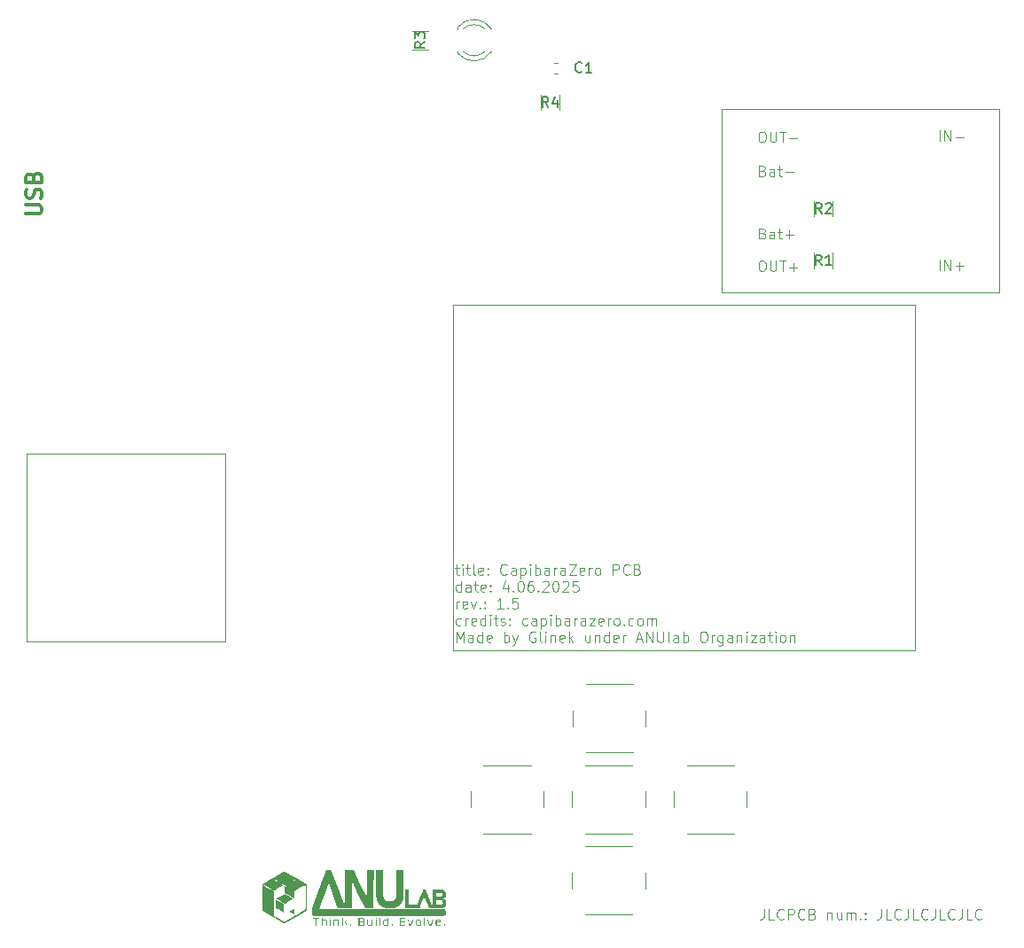
<source format=gbr>
%TF.GenerationSoftware,KiCad,Pcbnew,9.0.0*%
%TF.CreationDate,2025-06-04T20:24:48+02:00*%
%TF.ProjectId,capibarazeroPCB,63617069-6261-4726-917a-65726f504342,rev?*%
%TF.SameCoordinates,Original*%
%TF.FileFunction,Legend,Top*%
%TF.FilePolarity,Positive*%
%FSLAX46Y46*%
G04 Gerber Fmt 4.6, Leading zero omitted, Abs format (unit mm)*
G04 Created by KiCad (PCBNEW 9.0.0) date 2025-06-04 20:24:48*
%MOMM*%
%LPD*%
G01*
G04 APERTURE LIST*
%ADD10C,0.100000*%
%ADD11C,0.000000*%
%ADD12C,0.300000*%
%ADD13C,0.150000*%
%ADD14C,0.120000*%
G04 APERTURE END LIST*
D10*
X135361027Y-115765976D02*
X135741979Y-115765976D01*
X135503884Y-115432643D02*
X135503884Y-116289785D01*
X135503884Y-116289785D02*
X135551503Y-116385024D01*
X135551503Y-116385024D02*
X135646741Y-116432643D01*
X135646741Y-116432643D02*
X135741979Y-116432643D01*
X136075313Y-116432643D02*
X136075313Y-115765976D01*
X136075313Y-115432643D02*
X136027694Y-115480262D01*
X136027694Y-115480262D02*
X136075313Y-115527881D01*
X136075313Y-115527881D02*
X136122932Y-115480262D01*
X136122932Y-115480262D02*
X136075313Y-115432643D01*
X136075313Y-115432643D02*
X136075313Y-115527881D01*
X136408646Y-115765976D02*
X136789598Y-115765976D01*
X136551503Y-115432643D02*
X136551503Y-116289785D01*
X136551503Y-116289785D02*
X136599122Y-116385024D01*
X136599122Y-116385024D02*
X136694360Y-116432643D01*
X136694360Y-116432643D02*
X136789598Y-116432643D01*
X137265789Y-116432643D02*
X137170551Y-116385024D01*
X137170551Y-116385024D02*
X137122932Y-116289785D01*
X137122932Y-116289785D02*
X137122932Y-115432643D01*
X138027694Y-116385024D02*
X137932456Y-116432643D01*
X137932456Y-116432643D02*
X137741980Y-116432643D01*
X137741980Y-116432643D02*
X137646742Y-116385024D01*
X137646742Y-116385024D02*
X137599123Y-116289785D01*
X137599123Y-116289785D02*
X137599123Y-115908833D01*
X137599123Y-115908833D02*
X137646742Y-115813595D01*
X137646742Y-115813595D02*
X137741980Y-115765976D01*
X137741980Y-115765976D02*
X137932456Y-115765976D01*
X137932456Y-115765976D02*
X138027694Y-115813595D01*
X138027694Y-115813595D02*
X138075313Y-115908833D01*
X138075313Y-115908833D02*
X138075313Y-116004071D01*
X138075313Y-116004071D02*
X137599123Y-116099309D01*
X138503885Y-116337404D02*
X138551504Y-116385024D01*
X138551504Y-116385024D02*
X138503885Y-116432643D01*
X138503885Y-116432643D02*
X138456266Y-116385024D01*
X138456266Y-116385024D02*
X138503885Y-116337404D01*
X138503885Y-116337404D02*
X138503885Y-116432643D01*
X138503885Y-115813595D02*
X138551504Y-115861214D01*
X138551504Y-115861214D02*
X138503885Y-115908833D01*
X138503885Y-115908833D02*
X138456266Y-115861214D01*
X138456266Y-115861214D02*
X138503885Y-115813595D01*
X138503885Y-115813595D02*
X138503885Y-115908833D01*
X140313408Y-116337404D02*
X140265789Y-116385024D01*
X140265789Y-116385024D02*
X140122932Y-116432643D01*
X140122932Y-116432643D02*
X140027694Y-116432643D01*
X140027694Y-116432643D02*
X139884837Y-116385024D01*
X139884837Y-116385024D02*
X139789599Y-116289785D01*
X139789599Y-116289785D02*
X139741980Y-116194547D01*
X139741980Y-116194547D02*
X139694361Y-116004071D01*
X139694361Y-116004071D02*
X139694361Y-115861214D01*
X139694361Y-115861214D02*
X139741980Y-115670738D01*
X139741980Y-115670738D02*
X139789599Y-115575500D01*
X139789599Y-115575500D02*
X139884837Y-115480262D01*
X139884837Y-115480262D02*
X140027694Y-115432643D01*
X140027694Y-115432643D02*
X140122932Y-115432643D01*
X140122932Y-115432643D02*
X140265789Y-115480262D01*
X140265789Y-115480262D02*
X140313408Y-115527881D01*
X141170551Y-116432643D02*
X141170551Y-115908833D01*
X141170551Y-115908833D02*
X141122932Y-115813595D01*
X141122932Y-115813595D02*
X141027694Y-115765976D01*
X141027694Y-115765976D02*
X140837218Y-115765976D01*
X140837218Y-115765976D02*
X140741980Y-115813595D01*
X141170551Y-116385024D02*
X141075313Y-116432643D01*
X141075313Y-116432643D02*
X140837218Y-116432643D01*
X140837218Y-116432643D02*
X140741980Y-116385024D01*
X140741980Y-116385024D02*
X140694361Y-116289785D01*
X140694361Y-116289785D02*
X140694361Y-116194547D01*
X140694361Y-116194547D02*
X140741980Y-116099309D01*
X140741980Y-116099309D02*
X140837218Y-116051690D01*
X140837218Y-116051690D02*
X141075313Y-116051690D01*
X141075313Y-116051690D02*
X141170551Y-116004071D01*
X141646742Y-115765976D02*
X141646742Y-116765976D01*
X141646742Y-115813595D02*
X141741980Y-115765976D01*
X141741980Y-115765976D02*
X141932456Y-115765976D01*
X141932456Y-115765976D02*
X142027694Y-115813595D01*
X142027694Y-115813595D02*
X142075313Y-115861214D01*
X142075313Y-115861214D02*
X142122932Y-115956452D01*
X142122932Y-115956452D02*
X142122932Y-116242166D01*
X142122932Y-116242166D02*
X142075313Y-116337404D01*
X142075313Y-116337404D02*
X142027694Y-116385024D01*
X142027694Y-116385024D02*
X141932456Y-116432643D01*
X141932456Y-116432643D02*
X141741980Y-116432643D01*
X141741980Y-116432643D02*
X141646742Y-116385024D01*
X142551504Y-116432643D02*
X142551504Y-115765976D01*
X142551504Y-115432643D02*
X142503885Y-115480262D01*
X142503885Y-115480262D02*
X142551504Y-115527881D01*
X142551504Y-115527881D02*
X142599123Y-115480262D01*
X142599123Y-115480262D02*
X142551504Y-115432643D01*
X142551504Y-115432643D02*
X142551504Y-115527881D01*
X143027694Y-116432643D02*
X143027694Y-115432643D01*
X143027694Y-115813595D02*
X143122932Y-115765976D01*
X143122932Y-115765976D02*
X143313408Y-115765976D01*
X143313408Y-115765976D02*
X143408646Y-115813595D01*
X143408646Y-115813595D02*
X143456265Y-115861214D01*
X143456265Y-115861214D02*
X143503884Y-115956452D01*
X143503884Y-115956452D02*
X143503884Y-116242166D01*
X143503884Y-116242166D02*
X143456265Y-116337404D01*
X143456265Y-116337404D02*
X143408646Y-116385024D01*
X143408646Y-116385024D02*
X143313408Y-116432643D01*
X143313408Y-116432643D02*
X143122932Y-116432643D01*
X143122932Y-116432643D02*
X143027694Y-116385024D01*
X144361027Y-116432643D02*
X144361027Y-115908833D01*
X144361027Y-115908833D02*
X144313408Y-115813595D01*
X144313408Y-115813595D02*
X144218170Y-115765976D01*
X144218170Y-115765976D02*
X144027694Y-115765976D01*
X144027694Y-115765976D02*
X143932456Y-115813595D01*
X144361027Y-116385024D02*
X144265789Y-116432643D01*
X144265789Y-116432643D02*
X144027694Y-116432643D01*
X144027694Y-116432643D02*
X143932456Y-116385024D01*
X143932456Y-116385024D02*
X143884837Y-116289785D01*
X143884837Y-116289785D02*
X143884837Y-116194547D01*
X143884837Y-116194547D02*
X143932456Y-116099309D01*
X143932456Y-116099309D02*
X144027694Y-116051690D01*
X144027694Y-116051690D02*
X144265789Y-116051690D01*
X144265789Y-116051690D02*
X144361027Y-116004071D01*
X144837218Y-116432643D02*
X144837218Y-115765976D01*
X144837218Y-115956452D02*
X144884837Y-115861214D01*
X144884837Y-115861214D02*
X144932456Y-115813595D01*
X144932456Y-115813595D02*
X145027694Y-115765976D01*
X145027694Y-115765976D02*
X145122932Y-115765976D01*
X145884837Y-116432643D02*
X145884837Y-115908833D01*
X145884837Y-115908833D02*
X145837218Y-115813595D01*
X145837218Y-115813595D02*
X145741980Y-115765976D01*
X145741980Y-115765976D02*
X145551504Y-115765976D01*
X145551504Y-115765976D02*
X145456266Y-115813595D01*
X145884837Y-116385024D02*
X145789599Y-116432643D01*
X145789599Y-116432643D02*
X145551504Y-116432643D01*
X145551504Y-116432643D02*
X145456266Y-116385024D01*
X145456266Y-116385024D02*
X145408647Y-116289785D01*
X145408647Y-116289785D02*
X145408647Y-116194547D01*
X145408647Y-116194547D02*
X145456266Y-116099309D01*
X145456266Y-116099309D02*
X145551504Y-116051690D01*
X145551504Y-116051690D02*
X145789599Y-116051690D01*
X145789599Y-116051690D02*
X145884837Y-116004071D01*
X146265790Y-115432643D02*
X146932456Y-115432643D01*
X146932456Y-115432643D02*
X146265790Y-116432643D01*
X146265790Y-116432643D02*
X146932456Y-116432643D01*
X147694361Y-116385024D02*
X147599123Y-116432643D01*
X147599123Y-116432643D02*
X147408647Y-116432643D01*
X147408647Y-116432643D02*
X147313409Y-116385024D01*
X147313409Y-116385024D02*
X147265790Y-116289785D01*
X147265790Y-116289785D02*
X147265790Y-115908833D01*
X147265790Y-115908833D02*
X147313409Y-115813595D01*
X147313409Y-115813595D02*
X147408647Y-115765976D01*
X147408647Y-115765976D02*
X147599123Y-115765976D01*
X147599123Y-115765976D02*
X147694361Y-115813595D01*
X147694361Y-115813595D02*
X147741980Y-115908833D01*
X147741980Y-115908833D02*
X147741980Y-116004071D01*
X147741980Y-116004071D02*
X147265790Y-116099309D01*
X148170552Y-116432643D02*
X148170552Y-115765976D01*
X148170552Y-115956452D02*
X148218171Y-115861214D01*
X148218171Y-115861214D02*
X148265790Y-115813595D01*
X148265790Y-115813595D02*
X148361028Y-115765976D01*
X148361028Y-115765976D02*
X148456266Y-115765976D01*
X148932457Y-116432643D02*
X148837219Y-116385024D01*
X148837219Y-116385024D02*
X148789600Y-116337404D01*
X148789600Y-116337404D02*
X148741981Y-116242166D01*
X148741981Y-116242166D02*
X148741981Y-115956452D01*
X148741981Y-115956452D02*
X148789600Y-115861214D01*
X148789600Y-115861214D02*
X148837219Y-115813595D01*
X148837219Y-115813595D02*
X148932457Y-115765976D01*
X148932457Y-115765976D02*
X149075314Y-115765976D01*
X149075314Y-115765976D02*
X149170552Y-115813595D01*
X149170552Y-115813595D02*
X149218171Y-115861214D01*
X149218171Y-115861214D02*
X149265790Y-115956452D01*
X149265790Y-115956452D02*
X149265790Y-116242166D01*
X149265790Y-116242166D02*
X149218171Y-116337404D01*
X149218171Y-116337404D02*
X149170552Y-116385024D01*
X149170552Y-116385024D02*
X149075314Y-116432643D01*
X149075314Y-116432643D02*
X148932457Y-116432643D01*
X150456267Y-116432643D02*
X150456267Y-115432643D01*
X150456267Y-115432643D02*
X150837219Y-115432643D01*
X150837219Y-115432643D02*
X150932457Y-115480262D01*
X150932457Y-115480262D02*
X150980076Y-115527881D01*
X150980076Y-115527881D02*
X151027695Y-115623119D01*
X151027695Y-115623119D02*
X151027695Y-115765976D01*
X151027695Y-115765976D02*
X150980076Y-115861214D01*
X150980076Y-115861214D02*
X150932457Y-115908833D01*
X150932457Y-115908833D02*
X150837219Y-115956452D01*
X150837219Y-115956452D02*
X150456267Y-115956452D01*
X152027695Y-116337404D02*
X151980076Y-116385024D01*
X151980076Y-116385024D02*
X151837219Y-116432643D01*
X151837219Y-116432643D02*
X151741981Y-116432643D01*
X151741981Y-116432643D02*
X151599124Y-116385024D01*
X151599124Y-116385024D02*
X151503886Y-116289785D01*
X151503886Y-116289785D02*
X151456267Y-116194547D01*
X151456267Y-116194547D02*
X151408648Y-116004071D01*
X151408648Y-116004071D02*
X151408648Y-115861214D01*
X151408648Y-115861214D02*
X151456267Y-115670738D01*
X151456267Y-115670738D02*
X151503886Y-115575500D01*
X151503886Y-115575500D02*
X151599124Y-115480262D01*
X151599124Y-115480262D02*
X151741981Y-115432643D01*
X151741981Y-115432643D02*
X151837219Y-115432643D01*
X151837219Y-115432643D02*
X151980076Y-115480262D01*
X151980076Y-115480262D02*
X152027695Y-115527881D01*
X152789600Y-115908833D02*
X152932457Y-115956452D01*
X152932457Y-115956452D02*
X152980076Y-116004071D01*
X152980076Y-116004071D02*
X153027695Y-116099309D01*
X153027695Y-116099309D02*
X153027695Y-116242166D01*
X153027695Y-116242166D02*
X152980076Y-116337404D01*
X152980076Y-116337404D02*
X152932457Y-116385024D01*
X152932457Y-116385024D02*
X152837219Y-116432643D01*
X152837219Y-116432643D02*
X152456267Y-116432643D01*
X152456267Y-116432643D02*
X152456267Y-115432643D01*
X152456267Y-115432643D02*
X152789600Y-115432643D01*
X152789600Y-115432643D02*
X152884838Y-115480262D01*
X152884838Y-115480262D02*
X152932457Y-115527881D01*
X152932457Y-115527881D02*
X152980076Y-115623119D01*
X152980076Y-115623119D02*
X152980076Y-115718357D01*
X152980076Y-115718357D02*
X152932457Y-115813595D01*
X152932457Y-115813595D02*
X152884838Y-115861214D01*
X152884838Y-115861214D02*
X152789600Y-115908833D01*
X152789600Y-115908833D02*
X152456267Y-115908833D01*
X135932455Y-118042587D02*
X135932455Y-117042587D01*
X135932455Y-117994968D02*
X135837217Y-118042587D01*
X135837217Y-118042587D02*
X135646741Y-118042587D01*
X135646741Y-118042587D02*
X135551503Y-117994968D01*
X135551503Y-117994968D02*
X135503884Y-117947348D01*
X135503884Y-117947348D02*
X135456265Y-117852110D01*
X135456265Y-117852110D02*
X135456265Y-117566396D01*
X135456265Y-117566396D02*
X135503884Y-117471158D01*
X135503884Y-117471158D02*
X135551503Y-117423539D01*
X135551503Y-117423539D02*
X135646741Y-117375920D01*
X135646741Y-117375920D02*
X135837217Y-117375920D01*
X135837217Y-117375920D02*
X135932455Y-117423539D01*
X136837217Y-118042587D02*
X136837217Y-117518777D01*
X136837217Y-117518777D02*
X136789598Y-117423539D01*
X136789598Y-117423539D02*
X136694360Y-117375920D01*
X136694360Y-117375920D02*
X136503884Y-117375920D01*
X136503884Y-117375920D02*
X136408646Y-117423539D01*
X136837217Y-117994968D02*
X136741979Y-118042587D01*
X136741979Y-118042587D02*
X136503884Y-118042587D01*
X136503884Y-118042587D02*
X136408646Y-117994968D01*
X136408646Y-117994968D02*
X136361027Y-117899729D01*
X136361027Y-117899729D02*
X136361027Y-117804491D01*
X136361027Y-117804491D02*
X136408646Y-117709253D01*
X136408646Y-117709253D02*
X136503884Y-117661634D01*
X136503884Y-117661634D02*
X136741979Y-117661634D01*
X136741979Y-117661634D02*
X136837217Y-117614015D01*
X137170551Y-117375920D02*
X137551503Y-117375920D01*
X137313408Y-117042587D02*
X137313408Y-117899729D01*
X137313408Y-117899729D02*
X137361027Y-117994968D01*
X137361027Y-117994968D02*
X137456265Y-118042587D01*
X137456265Y-118042587D02*
X137551503Y-118042587D01*
X138265789Y-117994968D02*
X138170551Y-118042587D01*
X138170551Y-118042587D02*
X137980075Y-118042587D01*
X137980075Y-118042587D02*
X137884837Y-117994968D01*
X137884837Y-117994968D02*
X137837218Y-117899729D01*
X137837218Y-117899729D02*
X137837218Y-117518777D01*
X137837218Y-117518777D02*
X137884837Y-117423539D01*
X137884837Y-117423539D02*
X137980075Y-117375920D01*
X137980075Y-117375920D02*
X138170551Y-117375920D01*
X138170551Y-117375920D02*
X138265789Y-117423539D01*
X138265789Y-117423539D02*
X138313408Y-117518777D01*
X138313408Y-117518777D02*
X138313408Y-117614015D01*
X138313408Y-117614015D02*
X137837218Y-117709253D01*
X138741980Y-117947348D02*
X138789599Y-117994968D01*
X138789599Y-117994968D02*
X138741980Y-118042587D01*
X138741980Y-118042587D02*
X138694361Y-117994968D01*
X138694361Y-117994968D02*
X138741980Y-117947348D01*
X138741980Y-117947348D02*
X138741980Y-118042587D01*
X138741980Y-117423539D02*
X138789599Y-117471158D01*
X138789599Y-117471158D02*
X138741980Y-117518777D01*
X138741980Y-117518777D02*
X138694361Y-117471158D01*
X138694361Y-117471158D02*
X138741980Y-117423539D01*
X138741980Y-117423539D02*
X138741980Y-117518777D01*
X140408646Y-117375920D02*
X140408646Y-118042587D01*
X140170551Y-116994968D02*
X139932456Y-117709253D01*
X139932456Y-117709253D02*
X140551503Y-117709253D01*
X140932456Y-117947348D02*
X140980075Y-117994968D01*
X140980075Y-117994968D02*
X140932456Y-118042587D01*
X140932456Y-118042587D02*
X140884837Y-117994968D01*
X140884837Y-117994968D02*
X140932456Y-117947348D01*
X140932456Y-117947348D02*
X140932456Y-118042587D01*
X141599122Y-117042587D02*
X141694360Y-117042587D01*
X141694360Y-117042587D02*
X141789598Y-117090206D01*
X141789598Y-117090206D02*
X141837217Y-117137825D01*
X141837217Y-117137825D02*
X141884836Y-117233063D01*
X141884836Y-117233063D02*
X141932455Y-117423539D01*
X141932455Y-117423539D02*
X141932455Y-117661634D01*
X141932455Y-117661634D02*
X141884836Y-117852110D01*
X141884836Y-117852110D02*
X141837217Y-117947348D01*
X141837217Y-117947348D02*
X141789598Y-117994968D01*
X141789598Y-117994968D02*
X141694360Y-118042587D01*
X141694360Y-118042587D02*
X141599122Y-118042587D01*
X141599122Y-118042587D02*
X141503884Y-117994968D01*
X141503884Y-117994968D02*
X141456265Y-117947348D01*
X141456265Y-117947348D02*
X141408646Y-117852110D01*
X141408646Y-117852110D02*
X141361027Y-117661634D01*
X141361027Y-117661634D02*
X141361027Y-117423539D01*
X141361027Y-117423539D02*
X141408646Y-117233063D01*
X141408646Y-117233063D02*
X141456265Y-117137825D01*
X141456265Y-117137825D02*
X141503884Y-117090206D01*
X141503884Y-117090206D02*
X141599122Y-117042587D01*
X142789598Y-117042587D02*
X142599122Y-117042587D01*
X142599122Y-117042587D02*
X142503884Y-117090206D01*
X142503884Y-117090206D02*
X142456265Y-117137825D01*
X142456265Y-117137825D02*
X142361027Y-117280682D01*
X142361027Y-117280682D02*
X142313408Y-117471158D01*
X142313408Y-117471158D02*
X142313408Y-117852110D01*
X142313408Y-117852110D02*
X142361027Y-117947348D01*
X142361027Y-117947348D02*
X142408646Y-117994968D01*
X142408646Y-117994968D02*
X142503884Y-118042587D01*
X142503884Y-118042587D02*
X142694360Y-118042587D01*
X142694360Y-118042587D02*
X142789598Y-117994968D01*
X142789598Y-117994968D02*
X142837217Y-117947348D01*
X142837217Y-117947348D02*
X142884836Y-117852110D01*
X142884836Y-117852110D02*
X142884836Y-117614015D01*
X142884836Y-117614015D02*
X142837217Y-117518777D01*
X142837217Y-117518777D02*
X142789598Y-117471158D01*
X142789598Y-117471158D02*
X142694360Y-117423539D01*
X142694360Y-117423539D02*
X142503884Y-117423539D01*
X142503884Y-117423539D02*
X142408646Y-117471158D01*
X142408646Y-117471158D02*
X142361027Y-117518777D01*
X142361027Y-117518777D02*
X142313408Y-117614015D01*
X143313408Y-117947348D02*
X143361027Y-117994968D01*
X143361027Y-117994968D02*
X143313408Y-118042587D01*
X143313408Y-118042587D02*
X143265789Y-117994968D01*
X143265789Y-117994968D02*
X143313408Y-117947348D01*
X143313408Y-117947348D02*
X143313408Y-118042587D01*
X143741979Y-117137825D02*
X143789598Y-117090206D01*
X143789598Y-117090206D02*
X143884836Y-117042587D01*
X143884836Y-117042587D02*
X144122931Y-117042587D01*
X144122931Y-117042587D02*
X144218169Y-117090206D01*
X144218169Y-117090206D02*
X144265788Y-117137825D01*
X144265788Y-117137825D02*
X144313407Y-117233063D01*
X144313407Y-117233063D02*
X144313407Y-117328301D01*
X144313407Y-117328301D02*
X144265788Y-117471158D01*
X144265788Y-117471158D02*
X143694360Y-118042587D01*
X143694360Y-118042587D02*
X144313407Y-118042587D01*
X144932455Y-117042587D02*
X145027693Y-117042587D01*
X145027693Y-117042587D02*
X145122931Y-117090206D01*
X145122931Y-117090206D02*
X145170550Y-117137825D01*
X145170550Y-117137825D02*
X145218169Y-117233063D01*
X145218169Y-117233063D02*
X145265788Y-117423539D01*
X145265788Y-117423539D02*
X145265788Y-117661634D01*
X145265788Y-117661634D02*
X145218169Y-117852110D01*
X145218169Y-117852110D02*
X145170550Y-117947348D01*
X145170550Y-117947348D02*
X145122931Y-117994968D01*
X145122931Y-117994968D02*
X145027693Y-118042587D01*
X145027693Y-118042587D02*
X144932455Y-118042587D01*
X144932455Y-118042587D02*
X144837217Y-117994968D01*
X144837217Y-117994968D02*
X144789598Y-117947348D01*
X144789598Y-117947348D02*
X144741979Y-117852110D01*
X144741979Y-117852110D02*
X144694360Y-117661634D01*
X144694360Y-117661634D02*
X144694360Y-117423539D01*
X144694360Y-117423539D02*
X144741979Y-117233063D01*
X144741979Y-117233063D02*
X144789598Y-117137825D01*
X144789598Y-117137825D02*
X144837217Y-117090206D01*
X144837217Y-117090206D02*
X144932455Y-117042587D01*
X145646741Y-117137825D02*
X145694360Y-117090206D01*
X145694360Y-117090206D02*
X145789598Y-117042587D01*
X145789598Y-117042587D02*
X146027693Y-117042587D01*
X146027693Y-117042587D02*
X146122931Y-117090206D01*
X146122931Y-117090206D02*
X146170550Y-117137825D01*
X146170550Y-117137825D02*
X146218169Y-117233063D01*
X146218169Y-117233063D02*
X146218169Y-117328301D01*
X146218169Y-117328301D02*
X146170550Y-117471158D01*
X146170550Y-117471158D02*
X145599122Y-118042587D01*
X145599122Y-118042587D02*
X146218169Y-118042587D01*
X147122931Y-117042587D02*
X146646741Y-117042587D01*
X146646741Y-117042587D02*
X146599122Y-117518777D01*
X146599122Y-117518777D02*
X146646741Y-117471158D01*
X146646741Y-117471158D02*
X146741979Y-117423539D01*
X146741979Y-117423539D02*
X146980074Y-117423539D01*
X146980074Y-117423539D02*
X147075312Y-117471158D01*
X147075312Y-117471158D02*
X147122931Y-117518777D01*
X147122931Y-117518777D02*
X147170550Y-117614015D01*
X147170550Y-117614015D02*
X147170550Y-117852110D01*
X147170550Y-117852110D02*
X147122931Y-117947348D01*
X147122931Y-117947348D02*
X147075312Y-117994968D01*
X147075312Y-117994968D02*
X146980074Y-118042587D01*
X146980074Y-118042587D02*
X146741979Y-118042587D01*
X146741979Y-118042587D02*
X146646741Y-117994968D01*
X146646741Y-117994968D02*
X146599122Y-117947348D01*
X135503884Y-119652531D02*
X135503884Y-118985864D01*
X135503884Y-119176340D02*
X135551503Y-119081102D01*
X135551503Y-119081102D02*
X135599122Y-119033483D01*
X135599122Y-119033483D02*
X135694360Y-118985864D01*
X135694360Y-118985864D02*
X135789598Y-118985864D01*
X136503884Y-119604912D02*
X136408646Y-119652531D01*
X136408646Y-119652531D02*
X136218170Y-119652531D01*
X136218170Y-119652531D02*
X136122932Y-119604912D01*
X136122932Y-119604912D02*
X136075313Y-119509673D01*
X136075313Y-119509673D02*
X136075313Y-119128721D01*
X136075313Y-119128721D02*
X136122932Y-119033483D01*
X136122932Y-119033483D02*
X136218170Y-118985864D01*
X136218170Y-118985864D02*
X136408646Y-118985864D01*
X136408646Y-118985864D02*
X136503884Y-119033483D01*
X136503884Y-119033483D02*
X136551503Y-119128721D01*
X136551503Y-119128721D02*
X136551503Y-119223959D01*
X136551503Y-119223959D02*
X136075313Y-119319197D01*
X136884837Y-118985864D02*
X137122932Y-119652531D01*
X137122932Y-119652531D02*
X137361027Y-118985864D01*
X137741980Y-119557292D02*
X137789599Y-119604912D01*
X137789599Y-119604912D02*
X137741980Y-119652531D01*
X137741980Y-119652531D02*
X137694361Y-119604912D01*
X137694361Y-119604912D02*
X137741980Y-119557292D01*
X137741980Y-119557292D02*
X137741980Y-119652531D01*
X138218170Y-119557292D02*
X138265789Y-119604912D01*
X138265789Y-119604912D02*
X138218170Y-119652531D01*
X138218170Y-119652531D02*
X138170551Y-119604912D01*
X138170551Y-119604912D02*
X138218170Y-119557292D01*
X138218170Y-119557292D02*
X138218170Y-119652531D01*
X138218170Y-119033483D02*
X138265789Y-119081102D01*
X138265789Y-119081102D02*
X138218170Y-119128721D01*
X138218170Y-119128721D02*
X138170551Y-119081102D01*
X138170551Y-119081102D02*
X138218170Y-119033483D01*
X138218170Y-119033483D02*
X138218170Y-119128721D01*
X139980074Y-119652531D02*
X139408646Y-119652531D01*
X139694360Y-119652531D02*
X139694360Y-118652531D01*
X139694360Y-118652531D02*
X139599122Y-118795388D01*
X139599122Y-118795388D02*
X139503884Y-118890626D01*
X139503884Y-118890626D02*
X139408646Y-118938245D01*
X140408646Y-119557292D02*
X140456265Y-119604912D01*
X140456265Y-119604912D02*
X140408646Y-119652531D01*
X140408646Y-119652531D02*
X140361027Y-119604912D01*
X140361027Y-119604912D02*
X140408646Y-119557292D01*
X140408646Y-119557292D02*
X140408646Y-119652531D01*
X141361026Y-118652531D02*
X140884836Y-118652531D01*
X140884836Y-118652531D02*
X140837217Y-119128721D01*
X140837217Y-119128721D02*
X140884836Y-119081102D01*
X140884836Y-119081102D02*
X140980074Y-119033483D01*
X140980074Y-119033483D02*
X141218169Y-119033483D01*
X141218169Y-119033483D02*
X141313407Y-119081102D01*
X141313407Y-119081102D02*
X141361026Y-119128721D01*
X141361026Y-119128721D02*
X141408645Y-119223959D01*
X141408645Y-119223959D02*
X141408645Y-119462054D01*
X141408645Y-119462054D02*
X141361026Y-119557292D01*
X141361026Y-119557292D02*
X141313407Y-119604912D01*
X141313407Y-119604912D02*
X141218169Y-119652531D01*
X141218169Y-119652531D02*
X140980074Y-119652531D01*
X140980074Y-119652531D02*
X140884836Y-119604912D01*
X140884836Y-119604912D02*
X140837217Y-119557292D01*
X135932455Y-121214856D02*
X135837217Y-121262475D01*
X135837217Y-121262475D02*
X135646741Y-121262475D01*
X135646741Y-121262475D02*
X135551503Y-121214856D01*
X135551503Y-121214856D02*
X135503884Y-121167236D01*
X135503884Y-121167236D02*
X135456265Y-121071998D01*
X135456265Y-121071998D02*
X135456265Y-120786284D01*
X135456265Y-120786284D02*
X135503884Y-120691046D01*
X135503884Y-120691046D02*
X135551503Y-120643427D01*
X135551503Y-120643427D02*
X135646741Y-120595808D01*
X135646741Y-120595808D02*
X135837217Y-120595808D01*
X135837217Y-120595808D02*
X135932455Y-120643427D01*
X136361027Y-121262475D02*
X136361027Y-120595808D01*
X136361027Y-120786284D02*
X136408646Y-120691046D01*
X136408646Y-120691046D02*
X136456265Y-120643427D01*
X136456265Y-120643427D02*
X136551503Y-120595808D01*
X136551503Y-120595808D02*
X136646741Y-120595808D01*
X137361027Y-121214856D02*
X137265789Y-121262475D01*
X137265789Y-121262475D02*
X137075313Y-121262475D01*
X137075313Y-121262475D02*
X136980075Y-121214856D01*
X136980075Y-121214856D02*
X136932456Y-121119617D01*
X136932456Y-121119617D02*
X136932456Y-120738665D01*
X136932456Y-120738665D02*
X136980075Y-120643427D01*
X136980075Y-120643427D02*
X137075313Y-120595808D01*
X137075313Y-120595808D02*
X137265789Y-120595808D01*
X137265789Y-120595808D02*
X137361027Y-120643427D01*
X137361027Y-120643427D02*
X137408646Y-120738665D01*
X137408646Y-120738665D02*
X137408646Y-120833903D01*
X137408646Y-120833903D02*
X136932456Y-120929141D01*
X138265789Y-121262475D02*
X138265789Y-120262475D01*
X138265789Y-121214856D02*
X138170551Y-121262475D01*
X138170551Y-121262475D02*
X137980075Y-121262475D01*
X137980075Y-121262475D02*
X137884837Y-121214856D01*
X137884837Y-121214856D02*
X137837218Y-121167236D01*
X137837218Y-121167236D02*
X137789599Y-121071998D01*
X137789599Y-121071998D02*
X137789599Y-120786284D01*
X137789599Y-120786284D02*
X137837218Y-120691046D01*
X137837218Y-120691046D02*
X137884837Y-120643427D01*
X137884837Y-120643427D02*
X137980075Y-120595808D01*
X137980075Y-120595808D02*
X138170551Y-120595808D01*
X138170551Y-120595808D02*
X138265789Y-120643427D01*
X138741980Y-121262475D02*
X138741980Y-120595808D01*
X138741980Y-120262475D02*
X138694361Y-120310094D01*
X138694361Y-120310094D02*
X138741980Y-120357713D01*
X138741980Y-120357713D02*
X138789599Y-120310094D01*
X138789599Y-120310094D02*
X138741980Y-120262475D01*
X138741980Y-120262475D02*
X138741980Y-120357713D01*
X139075313Y-120595808D02*
X139456265Y-120595808D01*
X139218170Y-120262475D02*
X139218170Y-121119617D01*
X139218170Y-121119617D02*
X139265789Y-121214856D01*
X139265789Y-121214856D02*
X139361027Y-121262475D01*
X139361027Y-121262475D02*
X139456265Y-121262475D01*
X139741980Y-121214856D02*
X139837218Y-121262475D01*
X139837218Y-121262475D02*
X140027694Y-121262475D01*
X140027694Y-121262475D02*
X140122932Y-121214856D01*
X140122932Y-121214856D02*
X140170551Y-121119617D01*
X140170551Y-121119617D02*
X140170551Y-121071998D01*
X140170551Y-121071998D02*
X140122932Y-120976760D01*
X140122932Y-120976760D02*
X140027694Y-120929141D01*
X140027694Y-120929141D02*
X139884837Y-120929141D01*
X139884837Y-120929141D02*
X139789599Y-120881522D01*
X139789599Y-120881522D02*
X139741980Y-120786284D01*
X139741980Y-120786284D02*
X139741980Y-120738665D01*
X139741980Y-120738665D02*
X139789599Y-120643427D01*
X139789599Y-120643427D02*
X139884837Y-120595808D01*
X139884837Y-120595808D02*
X140027694Y-120595808D01*
X140027694Y-120595808D02*
X140122932Y-120643427D01*
X140599123Y-121167236D02*
X140646742Y-121214856D01*
X140646742Y-121214856D02*
X140599123Y-121262475D01*
X140599123Y-121262475D02*
X140551504Y-121214856D01*
X140551504Y-121214856D02*
X140599123Y-121167236D01*
X140599123Y-121167236D02*
X140599123Y-121262475D01*
X140599123Y-120643427D02*
X140646742Y-120691046D01*
X140646742Y-120691046D02*
X140599123Y-120738665D01*
X140599123Y-120738665D02*
X140551504Y-120691046D01*
X140551504Y-120691046D02*
X140599123Y-120643427D01*
X140599123Y-120643427D02*
X140599123Y-120738665D01*
X142265789Y-121214856D02*
X142170551Y-121262475D01*
X142170551Y-121262475D02*
X141980075Y-121262475D01*
X141980075Y-121262475D02*
X141884837Y-121214856D01*
X141884837Y-121214856D02*
X141837218Y-121167236D01*
X141837218Y-121167236D02*
X141789599Y-121071998D01*
X141789599Y-121071998D02*
X141789599Y-120786284D01*
X141789599Y-120786284D02*
X141837218Y-120691046D01*
X141837218Y-120691046D02*
X141884837Y-120643427D01*
X141884837Y-120643427D02*
X141980075Y-120595808D01*
X141980075Y-120595808D02*
X142170551Y-120595808D01*
X142170551Y-120595808D02*
X142265789Y-120643427D01*
X143122932Y-121262475D02*
X143122932Y-120738665D01*
X143122932Y-120738665D02*
X143075313Y-120643427D01*
X143075313Y-120643427D02*
X142980075Y-120595808D01*
X142980075Y-120595808D02*
X142789599Y-120595808D01*
X142789599Y-120595808D02*
X142694361Y-120643427D01*
X143122932Y-121214856D02*
X143027694Y-121262475D01*
X143027694Y-121262475D02*
X142789599Y-121262475D01*
X142789599Y-121262475D02*
X142694361Y-121214856D01*
X142694361Y-121214856D02*
X142646742Y-121119617D01*
X142646742Y-121119617D02*
X142646742Y-121024379D01*
X142646742Y-121024379D02*
X142694361Y-120929141D01*
X142694361Y-120929141D02*
X142789599Y-120881522D01*
X142789599Y-120881522D02*
X143027694Y-120881522D01*
X143027694Y-120881522D02*
X143122932Y-120833903D01*
X143599123Y-120595808D02*
X143599123Y-121595808D01*
X143599123Y-120643427D02*
X143694361Y-120595808D01*
X143694361Y-120595808D02*
X143884837Y-120595808D01*
X143884837Y-120595808D02*
X143980075Y-120643427D01*
X143980075Y-120643427D02*
X144027694Y-120691046D01*
X144027694Y-120691046D02*
X144075313Y-120786284D01*
X144075313Y-120786284D02*
X144075313Y-121071998D01*
X144075313Y-121071998D02*
X144027694Y-121167236D01*
X144027694Y-121167236D02*
X143980075Y-121214856D01*
X143980075Y-121214856D02*
X143884837Y-121262475D01*
X143884837Y-121262475D02*
X143694361Y-121262475D01*
X143694361Y-121262475D02*
X143599123Y-121214856D01*
X144503885Y-121262475D02*
X144503885Y-120595808D01*
X144503885Y-120262475D02*
X144456266Y-120310094D01*
X144456266Y-120310094D02*
X144503885Y-120357713D01*
X144503885Y-120357713D02*
X144551504Y-120310094D01*
X144551504Y-120310094D02*
X144503885Y-120262475D01*
X144503885Y-120262475D02*
X144503885Y-120357713D01*
X144980075Y-121262475D02*
X144980075Y-120262475D01*
X144980075Y-120643427D02*
X145075313Y-120595808D01*
X145075313Y-120595808D02*
X145265789Y-120595808D01*
X145265789Y-120595808D02*
X145361027Y-120643427D01*
X145361027Y-120643427D02*
X145408646Y-120691046D01*
X145408646Y-120691046D02*
X145456265Y-120786284D01*
X145456265Y-120786284D02*
X145456265Y-121071998D01*
X145456265Y-121071998D02*
X145408646Y-121167236D01*
X145408646Y-121167236D02*
X145361027Y-121214856D01*
X145361027Y-121214856D02*
X145265789Y-121262475D01*
X145265789Y-121262475D02*
X145075313Y-121262475D01*
X145075313Y-121262475D02*
X144980075Y-121214856D01*
X146313408Y-121262475D02*
X146313408Y-120738665D01*
X146313408Y-120738665D02*
X146265789Y-120643427D01*
X146265789Y-120643427D02*
X146170551Y-120595808D01*
X146170551Y-120595808D02*
X145980075Y-120595808D01*
X145980075Y-120595808D02*
X145884837Y-120643427D01*
X146313408Y-121214856D02*
X146218170Y-121262475D01*
X146218170Y-121262475D02*
X145980075Y-121262475D01*
X145980075Y-121262475D02*
X145884837Y-121214856D01*
X145884837Y-121214856D02*
X145837218Y-121119617D01*
X145837218Y-121119617D02*
X145837218Y-121024379D01*
X145837218Y-121024379D02*
X145884837Y-120929141D01*
X145884837Y-120929141D02*
X145980075Y-120881522D01*
X145980075Y-120881522D02*
X146218170Y-120881522D01*
X146218170Y-120881522D02*
X146313408Y-120833903D01*
X146789599Y-121262475D02*
X146789599Y-120595808D01*
X146789599Y-120786284D02*
X146837218Y-120691046D01*
X146837218Y-120691046D02*
X146884837Y-120643427D01*
X146884837Y-120643427D02*
X146980075Y-120595808D01*
X146980075Y-120595808D02*
X147075313Y-120595808D01*
X147837218Y-121262475D02*
X147837218Y-120738665D01*
X147837218Y-120738665D02*
X147789599Y-120643427D01*
X147789599Y-120643427D02*
X147694361Y-120595808D01*
X147694361Y-120595808D02*
X147503885Y-120595808D01*
X147503885Y-120595808D02*
X147408647Y-120643427D01*
X147837218Y-121214856D02*
X147741980Y-121262475D01*
X147741980Y-121262475D02*
X147503885Y-121262475D01*
X147503885Y-121262475D02*
X147408647Y-121214856D01*
X147408647Y-121214856D02*
X147361028Y-121119617D01*
X147361028Y-121119617D02*
X147361028Y-121024379D01*
X147361028Y-121024379D02*
X147408647Y-120929141D01*
X147408647Y-120929141D02*
X147503885Y-120881522D01*
X147503885Y-120881522D02*
X147741980Y-120881522D01*
X147741980Y-120881522D02*
X147837218Y-120833903D01*
X148218171Y-120595808D02*
X148741980Y-120595808D01*
X148741980Y-120595808D02*
X148218171Y-121262475D01*
X148218171Y-121262475D02*
X148741980Y-121262475D01*
X149503885Y-121214856D02*
X149408647Y-121262475D01*
X149408647Y-121262475D02*
X149218171Y-121262475D01*
X149218171Y-121262475D02*
X149122933Y-121214856D01*
X149122933Y-121214856D02*
X149075314Y-121119617D01*
X149075314Y-121119617D02*
X149075314Y-120738665D01*
X149075314Y-120738665D02*
X149122933Y-120643427D01*
X149122933Y-120643427D02*
X149218171Y-120595808D01*
X149218171Y-120595808D02*
X149408647Y-120595808D01*
X149408647Y-120595808D02*
X149503885Y-120643427D01*
X149503885Y-120643427D02*
X149551504Y-120738665D01*
X149551504Y-120738665D02*
X149551504Y-120833903D01*
X149551504Y-120833903D02*
X149075314Y-120929141D01*
X149980076Y-121262475D02*
X149980076Y-120595808D01*
X149980076Y-120786284D02*
X150027695Y-120691046D01*
X150027695Y-120691046D02*
X150075314Y-120643427D01*
X150075314Y-120643427D02*
X150170552Y-120595808D01*
X150170552Y-120595808D02*
X150265790Y-120595808D01*
X150741981Y-121262475D02*
X150646743Y-121214856D01*
X150646743Y-121214856D02*
X150599124Y-121167236D01*
X150599124Y-121167236D02*
X150551505Y-121071998D01*
X150551505Y-121071998D02*
X150551505Y-120786284D01*
X150551505Y-120786284D02*
X150599124Y-120691046D01*
X150599124Y-120691046D02*
X150646743Y-120643427D01*
X150646743Y-120643427D02*
X150741981Y-120595808D01*
X150741981Y-120595808D02*
X150884838Y-120595808D01*
X150884838Y-120595808D02*
X150980076Y-120643427D01*
X150980076Y-120643427D02*
X151027695Y-120691046D01*
X151027695Y-120691046D02*
X151075314Y-120786284D01*
X151075314Y-120786284D02*
X151075314Y-121071998D01*
X151075314Y-121071998D02*
X151027695Y-121167236D01*
X151027695Y-121167236D02*
X150980076Y-121214856D01*
X150980076Y-121214856D02*
X150884838Y-121262475D01*
X150884838Y-121262475D02*
X150741981Y-121262475D01*
X151503886Y-121167236D02*
X151551505Y-121214856D01*
X151551505Y-121214856D02*
X151503886Y-121262475D01*
X151503886Y-121262475D02*
X151456267Y-121214856D01*
X151456267Y-121214856D02*
X151503886Y-121167236D01*
X151503886Y-121167236D02*
X151503886Y-121262475D01*
X152408647Y-121214856D02*
X152313409Y-121262475D01*
X152313409Y-121262475D02*
X152122933Y-121262475D01*
X152122933Y-121262475D02*
X152027695Y-121214856D01*
X152027695Y-121214856D02*
X151980076Y-121167236D01*
X151980076Y-121167236D02*
X151932457Y-121071998D01*
X151932457Y-121071998D02*
X151932457Y-120786284D01*
X151932457Y-120786284D02*
X151980076Y-120691046D01*
X151980076Y-120691046D02*
X152027695Y-120643427D01*
X152027695Y-120643427D02*
X152122933Y-120595808D01*
X152122933Y-120595808D02*
X152313409Y-120595808D01*
X152313409Y-120595808D02*
X152408647Y-120643427D01*
X152980076Y-121262475D02*
X152884838Y-121214856D01*
X152884838Y-121214856D02*
X152837219Y-121167236D01*
X152837219Y-121167236D02*
X152789600Y-121071998D01*
X152789600Y-121071998D02*
X152789600Y-120786284D01*
X152789600Y-120786284D02*
X152837219Y-120691046D01*
X152837219Y-120691046D02*
X152884838Y-120643427D01*
X152884838Y-120643427D02*
X152980076Y-120595808D01*
X152980076Y-120595808D02*
X153122933Y-120595808D01*
X153122933Y-120595808D02*
X153218171Y-120643427D01*
X153218171Y-120643427D02*
X153265790Y-120691046D01*
X153265790Y-120691046D02*
X153313409Y-120786284D01*
X153313409Y-120786284D02*
X153313409Y-121071998D01*
X153313409Y-121071998D02*
X153265790Y-121167236D01*
X153265790Y-121167236D02*
X153218171Y-121214856D01*
X153218171Y-121214856D02*
X153122933Y-121262475D01*
X153122933Y-121262475D02*
X152980076Y-121262475D01*
X153741981Y-121262475D02*
X153741981Y-120595808D01*
X153741981Y-120691046D02*
X153789600Y-120643427D01*
X153789600Y-120643427D02*
X153884838Y-120595808D01*
X153884838Y-120595808D02*
X154027695Y-120595808D01*
X154027695Y-120595808D02*
X154122933Y-120643427D01*
X154122933Y-120643427D02*
X154170552Y-120738665D01*
X154170552Y-120738665D02*
X154170552Y-121262475D01*
X154170552Y-120738665D02*
X154218171Y-120643427D01*
X154218171Y-120643427D02*
X154313409Y-120595808D01*
X154313409Y-120595808D02*
X154456266Y-120595808D01*
X154456266Y-120595808D02*
X154551505Y-120643427D01*
X154551505Y-120643427D02*
X154599124Y-120738665D01*
X154599124Y-120738665D02*
X154599124Y-121262475D01*
X135503884Y-122872419D02*
X135503884Y-121872419D01*
X135503884Y-121872419D02*
X135837217Y-122586704D01*
X135837217Y-122586704D02*
X136170550Y-121872419D01*
X136170550Y-121872419D02*
X136170550Y-122872419D01*
X137075312Y-122872419D02*
X137075312Y-122348609D01*
X137075312Y-122348609D02*
X137027693Y-122253371D01*
X137027693Y-122253371D02*
X136932455Y-122205752D01*
X136932455Y-122205752D02*
X136741979Y-122205752D01*
X136741979Y-122205752D02*
X136646741Y-122253371D01*
X137075312Y-122824800D02*
X136980074Y-122872419D01*
X136980074Y-122872419D02*
X136741979Y-122872419D01*
X136741979Y-122872419D02*
X136646741Y-122824800D01*
X136646741Y-122824800D02*
X136599122Y-122729561D01*
X136599122Y-122729561D02*
X136599122Y-122634323D01*
X136599122Y-122634323D02*
X136646741Y-122539085D01*
X136646741Y-122539085D02*
X136741979Y-122491466D01*
X136741979Y-122491466D02*
X136980074Y-122491466D01*
X136980074Y-122491466D02*
X137075312Y-122443847D01*
X137980074Y-122872419D02*
X137980074Y-121872419D01*
X137980074Y-122824800D02*
X137884836Y-122872419D01*
X137884836Y-122872419D02*
X137694360Y-122872419D01*
X137694360Y-122872419D02*
X137599122Y-122824800D01*
X137599122Y-122824800D02*
X137551503Y-122777180D01*
X137551503Y-122777180D02*
X137503884Y-122681942D01*
X137503884Y-122681942D02*
X137503884Y-122396228D01*
X137503884Y-122396228D02*
X137551503Y-122300990D01*
X137551503Y-122300990D02*
X137599122Y-122253371D01*
X137599122Y-122253371D02*
X137694360Y-122205752D01*
X137694360Y-122205752D02*
X137884836Y-122205752D01*
X137884836Y-122205752D02*
X137980074Y-122253371D01*
X138837217Y-122824800D02*
X138741979Y-122872419D01*
X138741979Y-122872419D02*
X138551503Y-122872419D01*
X138551503Y-122872419D02*
X138456265Y-122824800D01*
X138456265Y-122824800D02*
X138408646Y-122729561D01*
X138408646Y-122729561D02*
X138408646Y-122348609D01*
X138408646Y-122348609D02*
X138456265Y-122253371D01*
X138456265Y-122253371D02*
X138551503Y-122205752D01*
X138551503Y-122205752D02*
X138741979Y-122205752D01*
X138741979Y-122205752D02*
X138837217Y-122253371D01*
X138837217Y-122253371D02*
X138884836Y-122348609D01*
X138884836Y-122348609D02*
X138884836Y-122443847D01*
X138884836Y-122443847D02*
X138408646Y-122539085D01*
X140075313Y-122872419D02*
X140075313Y-121872419D01*
X140075313Y-122253371D02*
X140170551Y-122205752D01*
X140170551Y-122205752D02*
X140361027Y-122205752D01*
X140361027Y-122205752D02*
X140456265Y-122253371D01*
X140456265Y-122253371D02*
X140503884Y-122300990D01*
X140503884Y-122300990D02*
X140551503Y-122396228D01*
X140551503Y-122396228D02*
X140551503Y-122681942D01*
X140551503Y-122681942D02*
X140503884Y-122777180D01*
X140503884Y-122777180D02*
X140456265Y-122824800D01*
X140456265Y-122824800D02*
X140361027Y-122872419D01*
X140361027Y-122872419D02*
X140170551Y-122872419D01*
X140170551Y-122872419D02*
X140075313Y-122824800D01*
X140884837Y-122205752D02*
X141122932Y-122872419D01*
X141361027Y-122205752D02*
X141122932Y-122872419D01*
X141122932Y-122872419D02*
X141027694Y-123110514D01*
X141027694Y-123110514D02*
X140980075Y-123158133D01*
X140980075Y-123158133D02*
X140884837Y-123205752D01*
X143027694Y-121920038D02*
X142932456Y-121872419D01*
X142932456Y-121872419D02*
X142789599Y-121872419D01*
X142789599Y-121872419D02*
X142646742Y-121920038D01*
X142646742Y-121920038D02*
X142551504Y-122015276D01*
X142551504Y-122015276D02*
X142503885Y-122110514D01*
X142503885Y-122110514D02*
X142456266Y-122300990D01*
X142456266Y-122300990D02*
X142456266Y-122443847D01*
X142456266Y-122443847D02*
X142503885Y-122634323D01*
X142503885Y-122634323D02*
X142551504Y-122729561D01*
X142551504Y-122729561D02*
X142646742Y-122824800D01*
X142646742Y-122824800D02*
X142789599Y-122872419D01*
X142789599Y-122872419D02*
X142884837Y-122872419D01*
X142884837Y-122872419D02*
X143027694Y-122824800D01*
X143027694Y-122824800D02*
X143075313Y-122777180D01*
X143075313Y-122777180D02*
X143075313Y-122443847D01*
X143075313Y-122443847D02*
X142884837Y-122443847D01*
X143646742Y-122872419D02*
X143551504Y-122824800D01*
X143551504Y-122824800D02*
X143503885Y-122729561D01*
X143503885Y-122729561D02*
X143503885Y-121872419D01*
X144027695Y-122872419D02*
X144027695Y-122205752D01*
X144027695Y-121872419D02*
X143980076Y-121920038D01*
X143980076Y-121920038D02*
X144027695Y-121967657D01*
X144027695Y-121967657D02*
X144075314Y-121920038D01*
X144075314Y-121920038D02*
X144027695Y-121872419D01*
X144027695Y-121872419D02*
X144027695Y-121967657D01*
X144503885Y-122205752D02*
X144503885Y-122872419D01*
X144503885Y-122300990D02*
X144551504Y-122253371D01*
X144551504Y-122253371D02*
X144646742Y-122205752D01*
X144646742Y-122205752D02*
X144789599Y-122205752D01*
X144789599Y-122205752D02*
X144884837Y-122253371D01*
X144884837Y-122253371D02*
X144932456Y-122348609D01*
X144932456Y-122348609D02*
X144932456Y-122872419D01*
X145789599Y-122824800D02*
X145694361Y-122872419D01*
X145694361Y-122872419D02*
X145503885Y-122872419D01*
X145503885Y-122872419D02*
X145408647Y-122824800D01*
X145408647Y-122824800D02*
X145361028Y-122729561D01*
X145361028Y-122729561D02*
X145361028Y-122348609D01*
X145361028Y-122348609D02*
X145408647Y-122253371D01*
X145408647Y-122253371D02*
X145503885Y-122205752D01*
X145503885Y-122205752D02*
X145694361Y-122205752D01*
X145694361Y-122205752D02*
X145789599Y-122253371D01*
X145789599Y-122253371D02*
X145837218Y-122348609D01*
X145837218Y-122348609D02*
X145837218Y-122443847D01*
X145837218Y-122443847D02*
X145361028Y-122539085D01*
X146265790Y-122872419D02*
X146265790Y-121872419D01*
X146361028Y-122491466D02*
X146646742Y-122872419D01*
X146646742Y-122205752D02*
X146265790Y-122586704D01*
X148265790Y-122205752D02*
X148265790Y-122872419D01*
X147837219Y-122205752D02*
X147837219Y-122729561D01*
X147837219Y-122729561D02*
X147884838Y-122824800D01*
X147884838Y-122824800D02*
X147980076Y-122872419D01*
X147980076Y-122872419D02*
X148122933Y-122872419D01*
X148122933Y-122872419D02*
X148218171Y-122824800D01*
X148218171Y-122824800D02*
X148265790Y-122777180D01*
X148741981Y-122205752D02*
X148741981Y-122872419D01*
X148741981Y-122300990D02*
X148789600Y-122253371D01*
X148789600Y-122253371D02*
X148884838Y-122205752D01*
X148884838Y-122205752D02*
X149027695Y-122205752D01*
X149027695Y-122205752D02*
X149122933Y-122253371D01*
X149122933Y-122253371D02*
X149170552Y-122348609D01*
X149170552Y-122348609D02*
X149170552Y-122872419D01*
X150075314Y-122872419D02*
X150075314Y-121872419D01*
X150075314Y-122824800D02*
X149980076Y-122872419D01*
X149980076Y-122872419D02*
X149789600Y-122872419D01*
X149789600Y-122872419D02*
X149694362Y-122824800D01*
X149694362Y-122824800D02*
X149646743Y-122777180D01*
X149646743Y-122777180D02*
X149599124Y-122681942D01*
X149599124Y-122681942D02*
X149599124Y-122396228D01*
X149599124Y-122396228D02*
X149646743Y-122300990D01*
X149646743Y-122300990D02*
X149694362Y-122253371D01*
X149694362Y-122253371D02*
X149789600Y-122205752D01*
X149789600Y-122205752D02*
X149980076Y-122205752D01*
X149980076Y-122205752D02*
X150075314Y-122253371D01*
X150932457Y-122824800D02*
X150837219Y-122872419D01*
X150837219Y-122872419D02*
X150646743Y-122872419D01*
X150646743Y-122872419D02*
X150551505Y-122824800D01*
X150551505Y-122824800D02*
X150503886Y-122729561D01*
X150503886Y-122729561D02*
X150503886Y-122348609D01*
X150503886Y-122348609D02*
X150551505Y-122253371D01*
X150551505Y-122253371D02*
X150646743Y-122205752D01*
X150646743Y-122205752D02*
X150837219Y-122205752D01*
X150837219Y-122205752D02*
X150932457Y-122253371D01*
X150932457Y-122253371D02*
X150980076Y-122348609D01*
X150980076Y-122348609D02*
X150980076Y-122443847D01*
X150980076Y-122443847D02*
X150503886Y-122539085D01*
X151408648Y-122872419D02*
X151408648Y-122205752D01*
X151408648Y-122396228D02*
X151456267Y-122300990D01*
X151456267Y-122300990D02*
X151503886Y-122253371D01*
X151503886Y-122253371D02*
X151599124Y-122205752D01*
X151599124Y-122205752D02*
X151694362Y-122205752D01*
X152741982Y-122586704D02*
X153218172Y-122586704D01*
X152646744Y-122872419D02*
X152980077Y-121872419D01*
X152980077Y-121872419D02*
X153313410Y-122872419D01*
X153646744Y-122872419D02*
X153646744Y-121872419D01*
X153646744Y-121872419D02*
X154218172Y-122872419D01*
X154218172Y-122872419D02*
X154218172Y-121872419D01*
X154694363Y-121872419D02*
X154694363Y-122681942D01*
X154694363Y-122681942D02*
X154741982Y-122777180D01*
X154741982Y-122777180D02*
X154789601Y-122824800D01*
X154789601Y-122824800D02*
X154884839Y-122872419D01*
X154884839Y-122872419D02*
X155075315Y-122872419D01*
X155075315Y-122872419D02*
X155170553Y-122824800D01*
X155170553Y-122824800D02*
X155218172Y-122777180D01*
X155218172Y-122777180D02*
X155265791Y-122681942D01*
X155265791Y-122681942D02*
X155265791Y-121872419D01*
X155884839Y-122872419D02*
X155789601Y-122824800D01*
X155789601Y-122824800D02*
X155741982Y-122729561D01*
X155741982Y-122729561D02*
X155741982Y-121872419D01*
X156694363Y-122872419D02*
X156694363Y-122348609D01*
X156694363Y-122348609D02*
X156646744Y-122253371D01*
X156646744Y-122253371D02*
X156551506Y-122205752D01*
X156551506Y-122205752D02*
X156361030Y-122205752D01*
X156361030Y-122205752D02*
X156265792Y-122253371D01*
X156694363Y-122824800D02*
X156599125Y-122872419D01*
X156599125Y-122872419D02*
X156361030Y-122872419D01*
X156361030Y-122872419D02*
X156265792Y-122824800D01*
X156265792Y-122824800D02*
X156218173Y-122729561D01*
X156218173Y-122729561D02*
X156218173Y-122634323D01*
X156218173Y-122634323D02*
X156265792Y-122539085D01*
X156265792Y-122539085D02*
X156361030Y-122491466D01*
X156361030Y-122491466D02*
X156599125Y-122491466D01*
X156599125Y-122491466D02*
X156694363Y-122443847D01*
X157170554Y-122872419D02*
X157170554Y-121872419D01*
X157170554Y-122253371D02*
X157265792Y-122205752D01*
X157265792Y-122205752D02*
X157456268Y-122205752D01*
X157456268Y-122205752D02*
X157551506Y-122253371D01*
X157551506Y-122253371D02*
X157599125Y-122300990D01*
X157599125Y-122300990D02*
X157646744Y-122396228D01*
X157646744Y-122396228D02*
X157646744Y-122681942D01*
X157646744Y-122681942D02*
X157599125Y-122777180D01*
X157599125Y-122777180D02*
X157551506Y-122824800D01*
X157551506Y-122824800D02*
X157456268Y-122872419D01*
X157456268Y-122872419D02*
X157265792Y-122872419D01*
X157265792Y-122872419D02*
X157170554Y-122824800D01*
X159027697Y-121872419D02*
X159218173Y-121872419D01*
X159218173Y-121872419D02*
X159313411Y-121920038D01*
X159313411Y-121920038D02*
X159408649Y-122015276D01*
X159408649Y-122015276D02*
X159456268Y-122205752D01*
X159456268Y-122205752D02*
X159456268Y-122539085D01*
X159456268Y-122539085D02*
X159408649Y-122729561D01*
X159408649Y-122729561D02*
X159313411Y-122824800D01*
X159313411Y-122824800D02*
X159218173Y-122872419D01*
X159218173Y-122872419D02*
X159027697Y-122872419D01*
X159027697Y-122872419D02*
X158932459Y-122824800D01*
X158932459Y-122824800D02*
X158837221Y-122729561D01*
X158837221Y-122729561D02*
X158789602Y-122539085D01*
X158789602Y-122539085D02*
X158789602Y-122205752D01*
X158789602Y-122205752D02*
X158837221Y-122015276D01*
X158837221Y-122015276D02*
X158932459Y-121920038D01*
X158932459Y-121920038D02*
X159027697Y-121872419D01*
X159884840Y-122872419D02*
X159884840Y-122205752D01*
X159884840Y-122396228D02*
X159932459Y-122300990D01*
X159932459Y-122300990D02*
X159980078Y-122253371D01*
X159980078Y-122253371D02*
X160075316Y-122205752D01*
X160075316Y-122205752D02*
X160170554Y-122205752D01*
X160932459Y-122205752D02*
X160932459Y-123015276D01*
X160932459Y-123015276D02*
X160884840Y-123110514D01*
X160884840Y-123110514D02*
X160837221Y-123158133D01*
X160837221Y-123158133D02*
X160741983Y-123205752D01*
X160741983Y-123205752D02*
X160599126Y-123205752D01*
X160599126Y-123205752D02*
X160503888Y-123158133D01*
X160932459Y-122824800D02*
X160837221Y-122872419D01*
X160837221Y-122872419D02*
X160646745Y-122872419D01*
X160646745Y-122872419D02*
X160551507Y-122824800D01*
X160551507Y-122824800D02*
X160503888Y-122777180D01*
X160503888Y-122777180D02*
X160456269Y-122681942D01*
X160456269Y-122681942D02*
X160456269Y-122396228D01*
X160456269Y-122396228D02*
X160503888Y-122300990D01*
X160503888Y-122300990D02*
X160551507Y-122253371D01*
X160551507Y-122253371D02*
X160646745Y-122205752D01*
X160646745Y-122205752D02*
X160837221Y-122205752D01*
X160837221Y-122205752D02*
X160932459Y-122253371D01*
X161837221Y-122872419D02*
X161837221Y-122348609D01*
X161837221Y-122348609D02*
X161789602Y-122253371D01*
X161789602Y-122253371D02*
X161694364Y-122205752D01*
X161694364Y-122205752D02*
X161503888Y-122205752D01*
X161503888Y-122205752D02*
X161408650Y-122253371D01*
X161837221Y-122824800D02*
X161741983Y-122872419D01*
X161741983Y-122872419D02*
X161503888Y-122872419D01*
X161503888Y-122872419D02*
X161408650Y-122824800D01*
X161408650Y-122824800D02*
X161361031Y-122729561D01*
X161361031Y-122729561D02*
X161361031Y-122634323D01*
X161361031Y-122634323D02*
X161408650Y-122539085D01*
X161408650Y-122539085D02*
X161503888Y-122491466D01*
X161503888Y-122491466D02*
X161741983Y-122491466D01*
X161741983Y-122491466D02*
X161837221Y-122443847D01*
X162313412Y-122205752D02*
X162313412Y-122872419D01*
X162313412Y-122300990D02*
X162361031Y-122253371D01*
X162361031Y-122253371D02*
X162456269Y-122205752D01*
X162456269Y-122205752D02*
X162599126Y-122205752D01*
X162599126Y-122205752D02*
X162694364Y-122253371D01*
X162694364Y-122253371D02*
X162741983Y-122348609D01*
X162741983Y-122348609D02*
X162741983Y-122872419D01*
X163218174Y-122872419D02*
X163218174Y-122205752D01*
X163218174Y-121872419D02*
X163170555Y-121920038D01*
X163170555Y-121920038D02*
X163218174Y-121967657D01*
X163218174Y-121967657D02*
X163265793Y-121920038D01*
X163265793Y-121920038D02*
X163218174Y-121872419D01*
X163218174Y-121872419D02*
X163218174Y-121967657D01*
X163599126Y-122205752D02*
X164122935Y-122205752D01*
X164122935Y-122205752D02*
X163599126Y-122872419D01*
X163599126Y-122872419D02*
X164122935Y-122872419D01*
X164932459Y-122872419D02*
X164932459Y-122348609D01*
X164932459Y-122348609D02*
X164884840Y-122253371D01*
X164884840Y-122253371D02*
X164789602Y-122205752D01*
X164789602Y-122205752D02*
X164599126Y-122205752D01*
X164599126Y-122205752D02*
X164503888Y-122253371D01*
X164932459Y-122824800D02*
X164837221Y-122872419D01*
X164837221Y-122872419D02*
X164599126Y-122872419D01*
X164599126Y-122872419D02*
X164503888Y-122824800D01*
X164503888Y-122824800D02*
X164456269Y-122729561D01*
X164456269Y-122729561D02*
X164456269Y-122634323D01*
X164456269Y-122634323D02*
X164503888Y-122539085D01*
X164503888Y-122539085D02*
X164599126Y-122491466D01*
X164599126Y-122491466D02*
X164837221Y-122491466D01*
X164837221Y-122491466D02*
X164932459Y-122443847D01*
X165265793Y-122205752D02*
X165646745Y-122205752D01*
X165408650Y-121872419D02*
X165408650Y-122729561D01*
X165408650Y-122729561D02*
X165456269Y-122824800D01*
X165456269Y-122824800D02*
X165551507Y-122872419D01*
X165551507Y-122872419D02*
X165646745Y-122872419D01*
X165980079Y-122872419D02*
X165980079Y-122205752D01*
X165980079Y-121872419D02*
X165932460Y-121920038D01*
X165932460Y-121920038D02*
X165980079Y-121967657D01*
X165980079Y-121967657D02*
X166027698Y-121920038D01*
X166027698Y-121920038D02*
X165980079Y-121872419D01*
X165980079Y-121872419D02*
X165980079Y-121967657D01*
X166599126Y-122872419D02*
X166503888Y-122824800D01*
X166503888Y-122824800D02*
X166456269Y-122777180D01*
X166456269Y-122777180D02*
X166408650Y-122681942D01*
X166408650Y-122681942D02*
X166408650Y-122396228D01*
X166408650Y-122396228D02*
X166456269Y-122300990D01*
X166456269Y-122300990D02*
X166503888Y-122253371D01*
X166503888Y-122253371D02*
X166599126Y-122205752D01*
X166599126Y-122205752D02*
X166741983Y-122205752D01*
X166741983Y-122205752D02*
X166837221Y-122253371D01*
X166837221Y-122253371D02*
X166884840Y-122300990D01*
X166884840Y-122300990D02*
X166932459Y-122396228D01*
X166932459Y-122396228D02*
X166932459Y-122681942D01*
X166932459Y-122681942D02*
X166884840Y-122777180D01*
X166884840Y-122777180D02*
X166837221Y-122824800D01*
X166837221Y-122824800D02*
X166741983Y-122872419D01*
X166741983Y-122872419D02*
X166599126Y-122872419D01*
X167361031Y-122205752D02*
X167361031Y-122872419D01*
X167361031Y-122300990D02*
X167408650Y-122253371D01*
X167408650Y-122253371D02*
X167503888Y-122205752D01*
X167503888Y-122205752D02*
X167646745Y-122205752D01*
X167646745Y-122205752D02*
X167741983Y-122253371D01*
X167741983Y-122253371D02*
X167789602Y-122348609D01*
X167789602Y-122348609D02*
X167789602Y-122872419D01*
X164889598Y-148372419D02*
X164889598Y-149086704D01*
X164889598Y-149086704D02*
X164841979Y-149229561D01*
X164841979Y-149229561D02*
X164746741Y-149324800D01*
X164746741Y-149324800D02*
X164603884Y-149372419D01*
X164603884Y-149372419D02*
X164508646Y-149372419D01*
X165841979Y-149372419D02*
X165365789Y-149372419D01*
X165365789Y-149372419D02*
X165365789Y-148372419D01*
X166746741Y-149277180D02*
X166699122Y-149324800D01*
X166699122Y-149324800D02*
X166556265Y-149372419D01*
X166556265Y-149372419D02*
X166461027Y-149372419D01*
X166461027Y-149372419D02*
X166318170Y-149324800D01*
X166318170Y-149324800D02*
X166222932Y-149229561D01*
X166222932Y-149229561D02*
X166175313Y-149134323D01*
X166175313Y-149134323D02*
X166127694Y-148943847D01*
X166127694Y-148943847D02*
X166127694Y-148800990D01*
X166127694Y-148800990D02*
X166175313Y-148610514D01*
X166175313Y-148610514D02*
X166222932Y-148515276D01*
X166222932Y-148515276D02*
X166318170Y-148420038D01*
X166318170Y-148420038D02*
X166461027Y-148372419D01*
X166461027Y-148372419D02*
X166556265Y-148372419D01*
X166556265Y-148372419D02*
X166699122Y-148420038D01*
X166699122Y-148420038D02*
X166746741Y-148467657D01*
X167175313Y-149372419D02*
X167175313Y-148372419D01*
X167175313Y-148372419D02*
X167556265Y-148372419D01*
X167556265Y-148372419D02*
X167651503Y-148420038D01*
X167651503Y-148420038D02*
X167699122Y-148467657D01*
X167699122Y-148467657D02*
X167746741Y-148562895D01*
X167746741Y-148562895D02*
X167746741Y-148705752D01*
X167746741Y-148705752D02*
X167699122Y-148800990D01*
X167699122Y-148800990D02*
X167651503Y-148848609D01*
X167651503Y-148848609D02*
X167556265Y-148896228D01*
X167556265Y-148896228D02*
X167175313Y-148896228D01*
X168746741Y-149277180D02*
X168699122Y-149324800D01*
X168699122Y-149324800D02*
X168556265Y-149372419D01*
X168556265Y-149372419D02*
X168461027Y-149372419D01*
X168461027Y-149372419D02*
X168318170Y-149324800D01*
X168318170Y-149324800D02*
X168222932Y-149229561D01*
X168222932Y-149229561D02*
X168175313Y-149134323D01*
X168175313Y-149134323D02*
X168127694Y-148943847D01*
X168127694Y-148943847D02*
X168127694Y-148800990D01*
X168127694Y-148800990D02*
X168175313Y-148610514D01*
X168175313Y-148610514D02*
X168222932Y-148515276D01*
X168222932Y-148515276D02*
X168318170Y-148420038D01*
X168318170Y-148420038D02*
X168461027Y-148372419D01*
X168461027Y-148372419D02*
X168556265Y-148372419D01*
X168556265Y-148372419D02*
X168699122Y-148420038D01*
X168699122Y-148420038D02*
X168746741Y-148467657D01*
X169508646Y-148848609D02*
X169651503Y-148896228D01*
X169651503Y-148896228D02*
X169699122Y-148943847D01*
X169699122Y-148943847D02*
X169746741Y-149039085D01*
X169746741Y-149039085D02*
X169746741Y-149181942D01*
X169746741Y-149181942D02*
X169699122Y-149277180D01*
X169699122Y-149277180D02*
X169651503Y-149324800D01*
X169651503Y-149324800D02*
X169556265Y-149372419D01*
X169556265Y-149372419D02*
X169175313Y-149372419D01*
X169175313Y-149372419D02*
X169175313Y-148372419D01*
X169175313Y-148372419D02*
X169508646Y-148372419D01*
X169508646Y-148372419D02*
X169603884Y-148420038D01*
X169603884Y-148420038D02*
X169651503Y-148467657D01*
X169651503Y-148467657D02*
X169699122Y-148562895D01*
X169699122Y-148562895D02*
X169699122Y-148658133D01*
X169699122Y-148658133D02*
X169651503Y-148753371D01*
X169651503Y-148753371D02*
X169603884Y-148800990D01*
X169603884Y-148800990D02*
X169508646Y-148848609D01*
X169508646Y-148848609D02*
X169175313Y-148848609D01*
X170937218Y-148705752D02*
X170937218Y-149372419D01*
X170937218Y-148800990D02*
X170984837Y-148753371D01*
X170984837Y-148753371D02*
X171080075Y-148705752D01*
X171080075Y-148705752D02*
X171222932Y-148705752D01*
X171222932Y-148705752D02*
X171318170Y-148753371D01*
X171318170Y-148753371D02*
X171365789Y-148848609D01*
X171365789Y-148848609D02*
X171365789Y-149372419D01*
X172270551Y-148705752D02*
X172270551Y-149372419D01*
X171841980Y-148705752D02*
X171841980Y-149229561D01*
X171841980Y-149229561D02*
X171889599Y-149324800D01*
X171889599Y-149324800D02*
X171984837Y-149372419D01*
X171984837Y-149372419D02*
X172127694Y-149372419D01*
X172127694Y-149372419D02*
X172222932Y-149324800D01*
X172222932Y-149324800D02*
X172270551Y-149277180D01*
X172746742Y-149372419D02*
X172746742Y-148705752D01*
X172746742Y-148800990D02*
X172794361Y-148753371D01*
X172794361Y-148753371D02*
X172889599Y-148705752D01*
X172889599Y-148705752D02*
X173032456Y-148705752D01*
X173032456Y-148705752D02*
X173127694Y-148753371D01*
X173127694Y-148753371D02*
X173175313Y-148848609D01*
X173175313Y-148848609D02*
X173175313Y-149372419D01*
X173175313Y-148848609D02*
X173222932Y-148753371D01*
X173222932Y-148753371D02*
X173318170Y-148705752D01*
X173318170Y-148705752D02*
X173461027Y-148705752D01*
X173461027Y-148705752D02*
X173556266Y-148753371D01*
X173556266Y-148753371D02*
X173603885Y-148848609D01*
X173603885Y-148848609D02*
X173603885Y-149372419D01*
X174080075Y-149277180D02*
X174127694Y-149324800D01*
X174127694Y-149324800D02*
X174080075Y-149372419D01*
X174080075Y-149372419D02*
X174032456Y-149324800D01*
X174032456Y-149324800D02*
X174080075Y-149277180D01*
X174080075Y-149277180D02*
X174080075Y-149372419D01*
X174556265Y-149277180D02*
X174603884Y-149324800D01*
X174603884Y-149324800D02*
X174556265Y-149372419D01*
X174556265Y-149372419D02*
X174508646Y-149324800D01*
X174508646Y-149324800D02*
X174556265Y-149277180D01*
X174556265Y-149277180D02*
X174556265Y-149372419D01*
X174556265Y-148753371D02*
X174603884Y-148800990D01*
X174603884Y-148800990D02*
X174556265Y-148848609D01*
X174556265Y-148848609D02*
X174508646Y-148800990D01*
X174508646Y-148800990D02*
X174556265Y-148753371D01*
X174556265Y-148753371D02*
X174556265Y-148848609D01*
X176080074Y-148372419D02*
X176080074Y-149086704D01*
X176080074Y-149086704D02*
X176032455Y-149229561D01*
X176032455Y-149229561D02*
X175937217Y-149324800D01*
X175937217Y-149324800D02*
X175794360Y-149372419D01*
X175794360Y-149372419D02*
X175699122Y-149372419D01*
X177032455Y-149372419D02*
X176556265Y-149372419D01*
X176556265Y-149372419D02*
X176556265Y-148372419D01*
X177937217Y-149277180D02*
X177889598Y-149324800D01*
X177889598Y-149324800D02*
X177746741Y-149372419D01*
X177746741Y-149372419D02*
X177651503Y-149372419D01*
X177651503Y-149372419D02*
X177508646Y-149324800D01*
X177508646Y-149324800D02*
X177413408Y-149229561D01*
X177413408Y-149229561D02*
X177365789Y-149134323D01*
X177365789Y-149134323D02*
X177318170Y-148943847D01*
X177318170Y-148943847D02*
X177318170Y-148800990D01*
X177318170Y-148800990D02*
X177365789Y-148610514D01*
X177365789Y-148610514D02*
X177413408Y-148515276D01*
X177413408Y-148515276D02*
X177508646Y-148420038D01*
X177508646Y-148420038D02*
X177651503Y-148372419D01*
X177651503Y-148372419D02*
X177746741Y-148372419D01*
X177746741Y-148372419D02*
X177889598Y-148420038D01*
X177889598Y-148420038D02*
X177937217Y-148467657D01*
X178651503Y-148372419D02*
X178651503Y-149086704D01*
X178651503Y-149086704D02*
X178603884Y-149229561D01*
X178603884Y-149229561D02*
X178508646Y-149324800D01*
X178508646Y-149324800D02*
X178365789Y-149372419D01*
X178365789Y-149372419D02*
X178270551Y-149372419D01*
X179603884Y-149372419D02*
X179127694Y-149372419D01*
X179127694Y-149372419D02*
X179127694Y-148372419D01*
X180508646Y-149277180D02*
X180461027Y-149324800D01*
X180461027Y-149324800D02*
X180318170Y-149372419D01*
X180318170Y-149372419D02*
X180222932Y-149372419D01*
X180222932Y-149372419D02*
X180080075Y-149324800D01*
X180080075Y-149324800D02*
X179984837Y-149229561D01*
X179984837Y-149229561D02*
X179937218Y-149134323D01*
X179937218Y-149134323D02*
X179889599Y-148943847D01*
X179889599Y-148943847D02*
X179889599Y-148800990D01*
X179889599Y-148800990D02*
X179937218Y-148610514D01*
X179937218Y-148610514D02*
X179984837Y-148515276D01*
X179984837Y-148515276D02*
X180080075Y-148420038D01*
X180080075Y-148420038D02*
X180222932Y-148372419D01*
X180222932Y-148372419D02*
X180318170Y-148372419D01*
X180318170Y-148372419D02*
X180461027Y-148420038D01*
X180461027Y-148420038D02*
X180508646Y-148467657D01*
X181222932Y-148372419D02*
X181222932Y-149086704D01*
X181222932Y-149086704D02*
X181175313Y-149229561D01*
X181175313Y-149229561D02*
X181080075Y-149324800D01*
X181080075Y-149324800D02*
X180937218Y-149372419D01*
X180937218Y-149372419D02*
X180841980Y-149372419D01*
X182175313Y-149372419D02*
X181699123Y-149372419D01*
X181699123Y-149372419D02*
X181699123Y-148372419D01*
X183080075Y-149277180D02*
X183032456Y-149324800D01*
X183032456Y-149324800D02*
X182889599Y-149372419D01*
X182889599Y-149372419D02*
X182794361Y-149372419D01*
X182794361Y-149372419D02*
X182651504Y-149324800D01*
X182651504Y-149324800D02*
X182556266Y-149229561D01*
X182556266Y-149229561D02*
X182508647Y-149134323D01*
X182508647Y-149134323D02*
X182461028Y-148943847D01*
X182461028Y-148943847D02*
X182461028Y-148800990D01*
X182461028Y-148800990D02*
X182508647Y-148610514D01*
X182508647Y-148610514D02*
X182556266Y-148515276D01*
X182556266Y-148515276D02*
X182651504Y-148420038D01*
X182651504Y-148420038D02*
X182794361Y-148372419D01*
X182794361Y-148372419D02*
X182889599Y-148372419D01*
X182889599Y-148372419D02*
X183032456Y-148420038D01*
X183032456Y-148420038D02*
X183080075Y-148467657D01*
X183794361Y-148372419D02*
X183794361Y-149086704D01*
X183794361Y-149086704D02*
X183746742Y-149229561D01*
X183746742Y-149229561D02*
X183651504Y-149324800D01*
X183651504Y-149324800D02*
X183508647Y-149372419D01*
X183508647Y-149372419D02*
X183413409Y-149372419D01*
X184746742Y-149372419D02*
X184270552Y-149372419D01*
X184270552Y-149372419D02*
X184270552Y-148372419D01*
X185651504Y-149277180D02*
X185603885Y-149324800D01*
X185603885Y-149324800D02*
X185461028Y-149372419D01*
X185461028Y-149372419D02*
X185365790Y-149372419D01*
X185365790Y-149372419D02*
X185222933Y-149324800D01*
X185222933Y-149324800D02*
X185127695Y-149229561D01*
X185127695Y-149229561D02*
X185080076Y-149134323D01*
X185080076Y-149134323D02*
X185032457Y-148943847D01*
X185032457Y-148943847D02*
X185032457Y-148800990D01*
X185032457Y-148800990D02*
X185080076Y-148610514D01*
X185080076Y-148610514D02*
X185127695Y-148515276D01*
X185127695Y-148515276D02*
X185222933Y-148420038D01*
X185222933Y-148420038D02*
X185365790Y-148372419D01*
X185365790Y-148372419D02*
X185461028Y-148372419D01*
X185461028Y-148372419D02*
X185603885Y-148420038D01*
X185603885Y-148420038D02*
X185651504Y-148467657D01*
D11*
G36*
X133535227Y-146482984D02*
G01*
X133673727Y-146484952D01*
X133823438Y-146489131D01*
X134187504Y-146501870D01*
X134250999Y-146529484D01*
X134264954Y-146535945D01*
X134280296Y-146543745D01*
X134296522Y-146552585D01*
X134313129Y-146562170D01*
X134329618Y-146572199D01*
X134345485Y-146582378D01*
X134360228Y-146592406D01*
X134373347Y-146601988D01*
X134432203Y-146646879D01*
X134473725Y-146734088D01*
X134478013Y-146743428D01*
X134482294Y-146753403D01*
X134490728Y-146774893D01*
X134498812Y-146797842D01*
X134506329Y-146821529D01*
X134513063Y-146845236D01*
X134518798Y-146868245D01*
X134523319Y-146889837D01*
X134525056Y-146899877D01*
X134526408Y-146909294D01*
X134537568Y-146997288D01*
X134510911Y-147088977D01*
X134484257Y-147180665D01*
X134409501Y-147249574D01*
X134334742Y-147318484D01*
X134263642Y-147339785D01*
X134192542Y-147361087D01*
X134272315Y-147384347D01*
X134352091Y-147407608D01*
X134431941Y-147487457D01*
X134511787Y-147567303D01*
X134531687Y-147646298D01*
X134536422Y-147666403D01*
X134540473Y-147686402D01*
X134543839Y-147706309D01*
X134546521Y-147726136D01*
X134548518Y-147745895D01*
X134549830Y-147765598D01*
X134550457Y-147785257D01*
X134550399Y-147804884D01*
X134549655Y-147824492D01*
X134548224Y-147844093D01*
X134546108Y-147863699D01*
X134543306Y-147883323D01*
X134539816Y-147902976D01*
X134535640Y-147922671D01*
X134530777Y-147942419D01*
X134525227Y-147962234D01*
X134498872Y-148050982D01*
X134437483Y-148118936D01*
X134423818Y-148133550D01*
X134409996Y-148147294D01*
X134395955Y-148160200D01*
X134381634Y-148172302D01*
X134366971Y-148183633D01*
X134351904Y-148194228D01*
X134336372Y-148204119D01*
X134320314Y-148213340D01*
X134303668Y-148221925D01*
X134286373Y-148229907D01*
X134268367Y-148237320D01*
X134249588Y-148244196D01*
X134229974Y-148250570D01*
X134209466Y-148256476D01*
X134188000Y-148261945D01*
X134165516Y-148267013D01*
X134075782Y-148286032D01*
X133477293Y-148286032D01*
X132878803Y-148286032D01*
X132869202Y-148261010D01*
X132804410Y-148077838D01*
X132662116Y-147672580D01*
X132519079Y-147268013D01*
X132472793Y-147139764D01*
X132452500Y-147086509D01*
X132440360Y-147063853D01*
X132299116Y-147467511D01*
X132086536Y-148074368D01*
X132015205Y-148277569D01*
X131302189Y-148281988D01*
X130589173Y-148286407D01*
X130589167Y-147388769D01*
X130589167Y-146491119D01*
X130758501Y-146491119D01*
X130927836Y-146491119D01*
X130927836Y-147227719D01*
X130927836Y-147964319D01*
X131348994Y-147964319D01*
X131770155Y-147964319D01*
X131995130Y-147375885D01*
X132275355Y-146643519D01*
X132330604Y-146499585D01*
X132444239Y-146499585D01*
X132557874Y-146499585D01*
X132894331Y-147378714D01*
X133134436Y-148002084D01*
X133209411Y-148193649D01*
X133239243Y-148266302D01*
X133240106Y-148262551D01*
X133240945Y-148249849D01*
X133242531Y-148199404D01*
X133245221Y-148010993D01*
X133245523Y-147964319D01*
X133586381Y-147964319D01*
X133802280Y-147963119D01*
X134018180Y-147961920D01*
X134077436Y-147940484D01*
X134136701Y-147919226D01*
X134176310Y-147861337D01*
X134215919Y-147803451D01*
X134208418Y-147722845D01*
X134200916Y-147642242D01*
X134168815Y-147606210D01*
X134165261Y-147602419D01*
X134161253Y-147598500D01*
X134156834Y-147594483D01*
X134152048Y-147590398D01*
X134146941Y-147586276D01*
X134141557Y-147582146D01*
X134135940Y-147578039D01*
X134130134Y-147573986D01*
X134124184Y-147570016D01*
X134118134Y-147566160D01*
X134112029Y-147562449D01*
X134105912Y-147558911D01*
X134099829Y-147555579D01*
X134093824Y-147552481D01*
X134087941Y-147549649D01*
X134082224Y-147547113D01*
X134027735Y-147524051D01*
X133807056Y-147524051D01*
X133586381Y-147524051D01*
X133586381Y-147744183D01*
X133586381Y-147964319D01*
X133245523Y-147964319D01*
X133246945Y-147744183D01*
X133247036Y-147729980D01*
X133247703Y-147385275D01*
X133247703Y-147204876D01*
X133586353Y-147204876D01*
X133822245Y-147199356D01*
X134058140Y-147193835D01*
X134105897Y-147158368D01*
X134110865Y-147154439D01*
X134115900Y-147150007D01*
X134120966Y-147145119D01*
X134126029Y-147139826D01*
X134131055Y-147134176D01*
X134136007Y-147128219D01*
X134140852Y-147122004D01*
X134145555Y-147115579D01*
X134150080Y-147108993D01*
X134154393Y-147102297D01*
X134158459Y-147095539D01*
X134162243Y-147088768D01*
X134165710Y-147082033D01*
X134168825Y-147075384D01*
X134171555Y-147068869D01*
X134173863Y-147062538D01*
X134194090Y-147002192D01*
X134177049Y-146940509D01*
X134160008Y-146878822D01*
X134106013Y-146845900D01*
X134052018Y-146812977D01*
X133819184Y-146812913D01*
X133586353Y-146812851D01*
X133586353Y-147008862D01*
X133586353Y-147204876D01*
X133247703Y-147204876D01*
X133247703Y-147008862D01*
X133247703Y-146495791D01*
X133353538Y-146486091D01*
X133382228Y-146484401D01*
X133423358Y-146483329D01*
X133475000Y-146482861D01*
X133535227Y-146482984D01*
G37*
G36*
X128523348Y-145913601D02*
G01*
X128523348Y-147147952D01*
X128557606Y-147258867D01*
X128591863Y-147369781D01*
X128675797Y-147461618D01*
X128759733Y-147553454D01*
X128845336Y-147590280D01*
X128854646Y-147594103D01*
X128864853Y-147597961D01*
X128887547Y-147605675D01*
X128912600Y-147613213D01*
X128939194Y-147620368D01*
X128966513Y-147626931D01*
X128993739Y-147632696D01*
X129020055Y-147637452D01*
X129044642Y-147640994D01*
X129158346Y-147654895D01*
X129271549Y-147640875D01*
X129298435Y-147637088D01*
X129324544Y-147632473D01*
X129349906Y-147627017D01*
X129374554Y-147620705D01*
X129398517Y-147613521D01*
X129421826Y-147605452D01*
X129444514Y-147596482D01*
X129466610Y-147586597D01*
X129488146Y-147575782D01*
X129509153Y-147564022D01*
X129529662Y-147551302D01*
X129549703Y-147537609D01*
X129569309Y-147522926D01*
X129588509Y-147507239D01*
X129607335Y-147490534D01*
X129625819Y-147472796D01*
X129703826Y-147395056D01*
X129744352Y-147294456D01*
X129784878Y-147193858D01*
X129789718Y-145936558D01*
X129794558Y-144679258D01*
X130133390Y-144679258D01*
X130472224Y-144679258D01*
X130466683Y-145978891D01*
X130461143Y-147278524D01*
X130423728Y-147413989D01*
X130414680Y-147444312D01*
X130403278Y-147478614D01*
X130389982Y-147515714D01*
X130375254Y-147554431D01*
X130359555Y-147593584D01*
X130343347Y-147631994D01*
X130327092Y-147668479D01*
X130311250Y-147701858D01*
X130236187Y-147854257D01*
X130138827Y-147953878D01*
X130105553Y-147986866D01*
X130072113Y-148017848D01*
X130038348Y-148046908D01*
X130004097Y-148074130D01*
X129969201Y-148099595D01*
X129933499Y-148123387D01*
X129896831Y-148145590D01*
X129859038Y-148166287D01*
X129819960Y-148185561D01*
X129779436Y-148203495D01*
X129737306Y-148220173D01*
X129693411Y-148235677D01*
X129647591Y-148250090D01*
X129599684Y-148263497D01*
X129549532Y-148275980D01*
X129496975Y-148287622D01*
X129344575Y-148319479D01*
X129149842Y-148318280D01*
X129108075Y-148317515D01*
X129063988Y-148315887D01*
X129018913Y-148313495D01*
X128974181Y-148310435D01*
X128931123Y-148306807D01*
X128891071Y-148302709D01*
X128855355Y-148298239D01*
X128825306Y-148293496D01*
X128825300Y-148293393D01*
X128774925Y-148283367D01*
X128725614Y-148271719D01*
X128677389Y-148258461D01*
X128630273Y-148243604D01*
X128584289Y-148227161D01*
X128539461Y-148209143D01*
X128495811Y-148189563D01*
X128453361Y-148168432D01*
X128412136Y-148145763D01*
X128372157Y-148121567D01*
X128333448Y-148095856D01*
X128296031Y-148068643D01*
X128259930Y-148039939D01*
X128225167Y-148009757D01*
X128191765Y-147978108D01*
X128159748Y-147945004D01*
X128067214Y-147845059D01*
X127989838Y-147688788D01*
X127912461Y-147532519D01*
X127879440Y-147371652D01*
X127846415Y-147210785D01*
X127846215Y-145945019D01*
X127846015Y-144679254D01*
X128184683Y-144679254D01*
X128523348Y-144679254D01*
X128523348Y-145913601D01*
G37*
G36*
X127604768Y-146478418D02*
G01*
X127600448Y-148277585D01*
X127184528Y-148282104D01*
X126768609Y-148286624D01*
X126134661Y-146996512D01*
X125500715Y-145706399D01*
X125496375Y-146996222D01*
X125492036Y-148286047D01*
X124833814Y-148286047D01*
X124175596Y-148286047D01*
X124122475Y-148137878D01*
X123689878Y-146905978D01*
X123310400Y-145822245D01*
X123300805Y-145847645D01*
X122876598Y-147058377D01*
X122579783Y-147902981D01*
X122448389Y-148269110D01*
X122447035Y-148271897D01*
X122445779Y-148274993D01*
X122444624Y-148278366D01*
X122443576Y-148281983D01*
X122442637Y-148285812D01*
X122441813Y-148289820D01*
X122441106Y-148293975D01*
X122440521Y-148298244D01*
X122440061Y-148302595D01*
X122439732Y-148306995D01*
X122439535Y-148311412D01*
X122439477Y-148315814D01*
X122439559Y-148320167D01*
X122439788Y-148324439D01*
X122440165Y-148328598D01*
X122440696Y-148332611D01*
X122446598Y-148370712D01*
X128381396Y-148370712D01*
X134316193Y-148370712D01*
X134365867Y-148396399D01*
X134371060Y-148399272D01*
X134376369Y-148402570D01*
X134381756Y-148406256D01*
X134387181Y-148410289D01*
X134392606Y-148414632D01*
X134397992Y-148419245D01*
X134403301Y-148424090D01*
X134408494Y-148429129D01*
X134413533Y-148434323D01*
X134418378Y-148439632D01*
X134422991Y-148445019D01*
X134427334Y-148450444D01*
X134431368Y-148455869D01*
X134435054Y-148461256D01*
X134438353Y-148466565D01*
X134441227Y-148471759D01*
X134466914Y-148521432D01*
X134466914Y-148700915D01*
X134466914Y-148880398D01*
X134441227Y-148930072D01*
X134438354Y-148935265D01*
X134435055Y-148940574D01*
X134431370Y-148945960D01*
X134427337Y-148951386D01*
X134422994Y-148956811D01*
X134418381Y-148962197D01*
X134413535Y-148967506D01*
X134408497Y-148972699D01*
X134403303Y-148977738D01*
X134397994Y-148982583D01*
X134392607Y-148987196D01*
X134387182Y-148991539D01*
X134381756Y-148995573D01*
X134376369Y-148999258D01*
X134371060Y-149002558D01*
X134365867Y-149005432D01*
X134316193Y-149031118D01*
X128088120Y-149031054D01*
X121860046Y-149030993D01*
X121807884Y-148999191D01*
X121802462Y-148995690D01*
X121796979Y-148991770D01*
X121791471Y-148987474D01*
X121785977Y-148982845D01*
X121780533Y-148977923D01*
X121775177Y-148972752D01*
X121769947Y-148967375D01*
X121764880Y-148961833D01*
X121760014Y-148956169D01*
X121755386Y-148950425D01*
X121751033Y-148944643D01*
X121746994Y-148938867D01*
X121743305Y-148933137D01*
X121740005Y-148927498D01*
X121737130Y-148921990D01*
X121734719Y-148916656D01*
X121713703Y-148865921D01*
X121719135Y-148563287D01*
X121724567Y-148260653D01*
X122409531Y-146469954D01*
X123094495Y-144679254D01*
X123309751Y-144679254D01*
X123525007Y-144679254D01*
X123571845Y-144802020D01*
X124224764Y-146508053D01*
X124830843Y-148091320D01*
X124831344Y-146385287D01*
X124831844Y-144679255D01*
X125250944Y-144679271D01*
X125670043Y-144679286D01*
X126309216Y-145995836D01*
X126948388Y-147312385D01*
X126948451Y-145995819D01*
X126948513Y-144679252D01*
X127278790Y-144679252D01*
X127609068Y-144679252D01*
X127604768Y-146478418D01*
G37*
G36*
X127862902Y-149242785D02*
G01*
X127862902Y-149285119D01*
X127820568Y-149285119D01*
X127778236Y-149285119D01*
X127778236Y-149242785D01*
X127778236Y-149200454D01*
X127820568Y-149200454D01*
X127862902Y-149200454D01*
X127862902Y-149242785D01*
G37*
G36*
X123494099Y-149242785D02*
G01*
X123494099Y-149285119D01*
X123443299Y-149285119D01*
X123392500Y-149285119D01*
X123392500Y-149242785D01*
X123392500Y-149200454D01*
X123443299Y-149200454D01*
X123494099Y-149200454D01*
X123494099Y-149242785D01*
G37*
G36*
X120187894Y-145416983D02*
G01*
X121241964Y-146021963D01*
X121241964Y-147270025D01*
X121241964Y-148518084D01*
X120187864Y-149121808D01*
X119133764Y-149725534D01*
X119082964Y-149725369D01*
X119032165Y-149725204D01*
X117986532Y-149121957D01*
X116940898Y-148518716D01*
X116940898Y-147275609D01*
X116940898Y-146104022D01*
X117067899Y-146104022D01*
X117111258Y-146140944D01*
X117118060Y-146146022D01*
X117129352Y-146153544D01*
X117164374Y-146175322D01*
X117214258Y-146205082D01*
X117276943Y-146241632D01*
X117432456Y-146330329D01*
X117614404Y-146431866D01*
X118074189Y-146685865D01*
X118074809Y-147841174D01*
X118075428Y-148996484D01*
X118113528Y-149019619D01*
X118259816Y-149104719D01*
X118558028Y-149276837D01*
X118857484Y-149451118D01*
X118958257Y-149511109D01*
X119006762Y-149541424D01*
X119015481Y-149547323D01*
X119024384Y-149552610D01*
X119033412Y-149557279D01*
X119042503Y-149561321D01*
X119051598Y-149564728D01*
X119060636Y-149567492D01*
X119069557Y-149569606D01*
X119078300Y-149571062D01*
X119086805Y-149571851D01*
X119095012Y-149571967D01*
X119102860Y-149571401D01*
X119110289Y-149570144D01*
X119117239Y-149568191D01*
X119120516Y-149566950D01*
X119123649Y-149565532D01*
X119126633Y-149563935D01*
X119129460Y-149562159D01*
X119132121Y-149560203D01*
X119134609Y-149558065D01*
X119134612Y-149558044D01*
X119174656Y-149532727D01*
X119270335Y-149475787D01*
X119565145Y-149303801D01*
X119892127Y-149115602D01*
X120124366Y-148984710D01*
X120207750Y-148937977D01*
X120340901Y-148861928D01*
X120683166Y-148663974D01*
X121114965Y-148412484D01*
X121114965Y-147278642D01*
X121114965Y-146144799D01*
X121072631Y-146130180D01*
X121030299Y-146115561D01*
X120550004Y-146387599D01*
X120069709Y-146659636D01*
X119644070Y-146412359D01*
X119477025Y-146314692D01*
X119336848Y-146231560D01*
X119238243Y-146171766D01*
X119209126Y-146153372D01*
X119195916Y-146144113D01*
X119173402Y-146123144D01*
X119619250Y-145873710D01*
X119794311Y-145774993D01*
X119941378Y-145690598D01*
X120045012Y-145629485D01*
X120075716Y-145610460D01*
X120089773Y-145600616D01*
X120114446Y-145576957D01*
X120095698Y-145558218D01*
X120076948Y-145539479D01*
X119590905Y-145813247D01*
X119400439Y-145918877D01*
X119241143Y-146004104D01*
X119178394Y-146036346D01*
X119129690Y-146060223D01*
X119097115Y-146074648D01*
X119087528Y-146077976D01*
X119082754Y-146078532D01*
X118923763Y-145989268D01*
X118604212Y-145803747D01*
X118287460Y-145617430D01*
X118136868Y-145525778D01*
X118135023Y-145524177D01*
X118133052Y-145522771D01*
X118130968Y-145521556D01*
X118128782Y-145520528D01*
X118126507Y-145519682D01*
X118124155Y-145519013D01*
X118121737Y-145518517D01*
X118119267Y-145518189D01*
X118116755Y-145518025D01*
X118114214Y-145518020D01*
X118111656Y-145518170D01*
X118109094Y-145518470D01*
X118106538Y-145518915D01*
X118104002Y-145519501D01*
X118101498Y-145520224D01*
X118099037Y-145521078D01*
X118096631Y-145522060D01*
X118094293Y-145523164D01*
X118092035Y-145524387D01*
X118089869Y-145525723D01*
X118087807Y-145527168D01*
X118085860Y-145528717D01*
X118084042Y-145530367D01*
X118082363Y-145532112D01*
X118080837Y-145533947D01*
X118079475Y-145535869D01*
X118078290Y-145537873D01*
X118077293Y-145539954D01*
X118076497Y-145542107D01*
X118075913Y-145544329D01*
X118075554Y-145546614D01*
X118075431Y-145548958D01*
X118076022Y-145550305D01*
X118077773Y-145552337D01*
X118084646Y-145558380D01*
X118095818Y-145566938D01*
X118111057Y-145577861D01*
X118152812Y-145606207D01*
X118208058Y-145642228D01*
X118274945Y-145684734D01*
X118351620Y-145732532D01*
X118436232Y-145784433D01*
X118526928Y-145839245D01*
X118702142Y-145945662D01*
X118845449Y-146035160D01*
X118900520Y-146070626D01*
X118942073Y-146098336D01*
X118968261Y-146117115D01*
X118975016Y-146122789D01*
X118977238Y-146125789D01*
X118967287Y-146134192D01*
X118939600Y-146151740D01*
X118840938Y-146208923D01*
X118539939Y-146374239D01*
X118233034Y-146536238D01*
X118126989Y-146589275D01*
X118094503Y-146604128D01*
X118079015Y-146609422D01*
X118074534Y-146608142D01*
X118065747Y-146604337D01*
X118036191Y-146589670D01*
X117992221Y-146566451D01*
X117935714Y-146535710D01*
X117868545Y-146498478D01*
X117792589Y-146455786D01*
X117709720Y-146408663D01*
X117621816Y-146358142D01*
X117302599Y-146174341D01*
X117146513Y-146085640D01*
X117106595Y-146064663D01*
X117087247Y-146084343D01*
X117067899Y-146104022D01*
X116940898Y-146104022D01*
X116940898Y-146032501D01*
X116970532Y-146002185D01*
X116997221Y-145984380D01*
X117062206Y-145945126D01*
X117289910Y-145812185D01*
X117619333Y-145623187D01*
X118016165Y-145397955D01*
X119032165Y-144824041D01*
X119082995Y-144818022D01*
X119133825Y-144812002D01*
X120187894Y-145416983D01*
G37*
G36*
X119145479Y-146208514D02*
G01*
X119173408Y-146223601D01*
X119272582Y-146279011D01*
X119417010Y-146361018D01*
X119591689Y-146461160D01*
X120039698Y-146719072D01*
X120039698Y-147036894D01*
X120038696Y-147160176D01*
X120035968Y-147260900D01*
X120034086Y-147299560D01*
X120031930Y-147328690D01*
X120029549Y-147346991D01*
X120028292Y-147351676D01*
X120026998Y-147353167D01*
X120023552Y-147351798D01*
X120015979Y-147348070D01*
X119989331Y-147334026D01*
X119896162Y-147282989D01*
X119761519Y-147207843D01*
X119599432Y-147116371D01*
X119599433Y-147116374D01*
X119436010Y-147024253D01*
X119297729Y-146947329D01*
X119199175Y-146893646D01*
X119169353Y-146878034D01*
X119154932Y-146871248D01*
X119125298Y-146861367D01*
X119125298Y-146532307D01*
X119126024Y-146404540D01*
X119127998Y-146299910D01*
X119130921Y-146229215D01*
X119132643Y-146209966D01*
X119133553Y-146204957D01*
X119134489Y-146203250D01*
X119145479Y-146208514D01*
G37*
G36*
X119144629Y-146947970D02*
G01*
X119227109Y-146991750D01*
X119472862Y-147126283D01*
X119721374Y-147265344D01*
X119807301Y-147314784D01*
X119846682Y-147339209D01*
X119847896Y-147340276D01*
X119849095Y-147341447D01*
X119851440Y-147344081D01*
X119853705Y-147347078D01*
X119855878Y-147350404D01*
X119857948Y-147354028D01*
X119859901Y-147357914D01*
X119861725Y-147362032D01*
X119863409Y-147366346D01*
X119864941Y-147370824D01*
X119866307Y-147375433D01*
X119867497Y-147380140D01*
X119868498Y-147384911D01*
X119869297Y-147389713D01*
X119869883Y-147394514D01*
X119870244Y-147399279D01*
X119870367Y-147403976D01*
X119870367Y-147449087D01*
X119523470Y-147647436D01*
X119176576Y-147845785D01*
X119129771Y-147844384D01*
X119082966Y-147842984D01*
X118922100Y-147749542D01*
X118570128Y-147543939D01*
X118449682Y-147472514D01*
X118374299Y-147426742D01*
X118309097Y-147386013D01*
X118704499Y-147158781D01*
X118858829Y-147070546D01*
X118986740Y-146998276D01*
X119074925Y-146949431D01*
X119099961Y-146936123D01*
X119110075Y-146931469D01*
X119144629Y-146947970D01*
G37*
G36*
X118300000Y-147500000D02*
G01*
X118306559Y-147502173D01*
X118316567Y-147506355D01*
X118329834Y-147512445D01*
X118365368Y-147529945D01*
X118411621Y-147553863D01*
X118467049Y-147583389D01*
X118530111Y-147617712D01*
X118599266Y-147656022D01*
X118672971Y-147697509D01*
X119038873Y-147905050D01*
X119039753Y-148315683D01*
X119039091Y-148475081D01*
X119036643Y-148605534D01*
X119034870Y-148655701D01*
X119032795Y-148693585D01*
X119030467Y-148717505D01*
X119029223Y-148723702D01*
X119027934Y-148725778D01*
X119024724Y-148724577D01*
X119017844Y-148721128D01*
X118993858Y-148707947D01*
X118957542Y-148687157D01*
X118910465Y-148659683D01*
X118790292Y-148588374D01*
X118645875Y-148501410D01*
X118276518Y-148277585D01*
X118281809Y-147893747D01*
X118284651Y-147743922D01*
X118288479Y-147619731D01*
X118292790Y-147534096D01*
X118294971Y-147509775D01*
X118296040Y-147502945D01*
X118297085Y-147499939D01*
X118298075Y-147499699D01*
X118300000Y-147500000D01*
G37*
G36*
X120022765Y-148641650D02*
G01*
X120022506Y-148692666D01*
X120021763Y-148740246D01*
X120020589Y-148783348D01*
X120019035Y-148820933D01*
X120017154Y-148851961D01*
X120014997Y-148875391D01*
X120012617Y-148890183D01*
X120011359Y-148894015D01*
X120010065Y-148895297D01*
X120007696Y-148894597D01*
X120003280Y-148892613D01*
X119988766Y-148885060D01*
X119967426Y-148873164D01*
X119940162Y-148857451D01*
X119907878Y-148838446D01*
X119871476Y-148816678D01*
X119831860Y-148792671D01*
X119789932Y-148766952D01*
X119789933Y-148766952D01*
X119748264Y-148740950D01*
X119709390Y-148716128D01*
X119674163Y-148693071D01*
X119643433Y-148672361D01*
X119618051Y-148654583D01*
X119598867Y-148640320D01*
X119586733Y-148630156D01*
X119583575Y-148626793D01*
X119582499Y-148624673D01*
X119583624Y-148622548D01*
X119586907Y-148619305D01*
X119599393Y-148609774D01*
X119644178Y-148580710D01*
X119708015Y-148542461D01*
X119782060Y-148500003D01*
X119857471Y-148458315D01*
X119925408Y-148422375D01*
X119977026Y-148397160D01*
X119993954Y-148390131D01*
X120003486Y-148387649D01*
X120022765Y-148387649D01*
X120022765Y-148641650D01*
G37*
G36*
X122373452Y-149255481D02*
G01*
X122368043Y-149293582D01*
X122253742Y-149298581D01*
X122139442Y-149303579D01*
X122139442Y-149624539D01*
X122139442Y-149945498D01*
X122097108Y-149945498D01*
X122054774Y-149945498D01*
X122054775Y-149623779D01*
X122054775Y-149302047D01*
X121944709Y-149302047D01*
X121834641Y-149302047D01*
X121834641Y-149259713D01*
X121834641Y-149217379D01*
X122106753Y-149217379D01*
X122378864Y-149217379D01*
X122373452Y-149255481D01*
G37*
G36*
X130623034Y-149259713D02*
G01*
X130623034Y-149302047D01*
X130419834Y-149302047D01*
X130216634Y-149302047D01*
X130216634Y-149412112D01*
X130216634Y-149522177D01*
X130394434Y-149522177D01*
X130572234Y-149522177D01*
X130572234Y-149564511D01*
X130572234Y-149606845D01*
X130394434Y-149606845D01*
X130216634Y-149606845D01*
X130216634Y-149733844D01*
X130216634Y-149860843D01*
X130428300Y-149860843D01*
X130639965Y-149860843D01*
X130639965Y-149903174D01*
X130639965Y-149945508D01*
X130385966Y-149945508D01*
X130131966Y-149945508D01*
X130131966Y-149581448D01*
X130131966Y-149217379D01*
X130377500Y-149217379D01*
X130623034Y-149217379D01*
X130623034Y-149259713D01*
G37*
G36*
X130871259Y-149355798D02*
G01*
X130919370Y-149361297D01*
X130988569Y-149606833D01*
X131057768Y-149852365D01*
X131117448Y-149857486D01*
X131177125Y-149862607D01*
X131231254Y-149662759D01*
X131274554Y-149505450D01*
X131291675Y-149445014D01*
X131302653Y-149407876D01*
X131319932Y-149352844D01*
X131360951Y-149352844D01*
X131365131Y-149352910D01*
X131369199Y-149353103D01*
X131373132Y-149353418D01*
X131376909Y-149353847D01*
X131380510Y-149354383D01*
X131383912Y-149355022D01*
X131387095Y-149355755D01*
X131390038Y-149356576D01*
X131392718Y-149357480D01*
X131395115Y-149358458D01*
X131397209Y-149359505D01*
X131398976Y-149360615D01*
X131400397Y-149361780D01*
X131401450Y-149362995D01*
X131401831Y-149363619D01*
X131402113Y-149364252D01*
X131402292Y-149364895D01*
X131402366Y-149365545D01*
X131400826Y-149373884D01*
X131396271Y-149392855D01*
X131379405Y-149457830D01*
X131354345Y-149550746D01*
X131323670Y-149661877D01*
X131244581Y-149945511D01*
X131119547Y-149945511D01*
X130994511Y-149945511D01*
X130987302Y-149924347D01*
X130979032Y-149896755D01*
X130961838Y-149837272D01*
X130910728Y-149657647D01*
X130832247Y-149381204D01*
X130823147Y-149350299D01*
X130871259Y-149355798D01*
G37*
G36*
X126657691Y-149256570D02*
G01*
X126694509Y-149295761D01*
X126694509Y-149405581D01*
X126694509Y-149515402D01*
X126674032Y-149535879D01*
X126653556Y-149556356D01*
X126690966Y-149582559D01*
X126728376Y-149608764D01*
X126728376Y-149729644D01*
X126728376Y-149850525D01*
X126682876Y-149898016D01*
X126637374Y-149945511D01*
X126395008Y-149945511D01*
X126152642Y-149945511D01*
X126152642Y-149860846D01*
X126254244Y-149860846D01*
X126440510Y-149860846D01*
X126626775Y-149860846D01*
X126626775Y-149733847D01*
X126626775Y-149606848D01*
X126440510Y-149606848D01*
X126254244Y-149606848D01*
X126254244Y-149733847D01*
X126254244Y-149860846D01*
X126152642Y-149860846D01*
X126152642Y-149733847D01*
X126152642Y-149581448D01*
X126152642Y-149522177D01*
X126254235Y-149522177D01*
X126432035Y-149522177D01*
X126609835Y-149522177D01*
X126609835Y-149412112D01*
X126609835Y-149302047D01*
X126432035Y-149302047D01*
X126254235Y-149302047D01*
X126254235Y-149412112D01*
X126254235Y-149522177D01*
X126152642Y-149522177D01*
X126152642Y-149412112D01*
X126152642Y-149217379D01*
X126386758Y-149217379D01*
X126620873Y-149217379D01*
X126657691Y-149256570D01*
G37*
G36*
X133294907Y-149381134D02*
G01*
X133212440Y-149678814D01*
X133138215Y-149945514D01*
X133010920Y-149945486D01*
X132883625Y-149945459D01*
X132810941Y-149687256D01*
X132756645Y-149493309D01*
X132728181Y-149389599D01*
X132718101Y-149350149D01*
X132765797Y-149355728D01*
X132813493Y-149361306D01*
X132882047Y-149611071D01*
X132950602Y-149860840D01*
X133010319Y-149860840D01*
X133070036Y-149860840D01*
X133138636Y-149611071D01*
X133207237Y-149361306D01*
X133255192Y-149355728D01*
X133303147Y-149350149D01*
X133294907Y-149381134D01*
G37*
G36*
X132502631Y-149581448D02*
G01*
X132502631Y-149945514D01*
X132451832Y-149945514D01*
X132401032Y-149945514D01*
X132401032Y-149581448D01*
X132401032Y-149217379D01*
X132451832Y-149217379D01*
X132502631Y-149217379D01*
X132502631Y-149581448D01*
G37*
G36*
X132092915Y-149408685D02*
G01*
X132147038Y-149464526D01*
X132147038Y-149657525D01*
X132147038Y-149850528D01*
X132101536Y-149898019D01*
X132056034Y-149945514D01*
X131893192Y-149945514D01*
X131730347Y-149945514D01*
X131676222Y-149889673D01*
X131648280Y-149860846D01*
X131723698Y-149860846D01*
X131884565Y-149860846D01*
X132045432Y-149860846D01*
X132045432Y-149649179D01*
X132045432Y-149437512D01*
X131884565Y-149437512D01*
X131723698Y-149437512D01*
X131723698Y-149649179D01*
X131723698Y-149860846D01*
X131648280Y-149860846D01*
X131622099Y-149833835D01*
X131622099Y-149649179D01*
X131622099Y-149647461D01*
X131622099Y-149461090D01*
X131677940Y-149406970D01*
X131733781Y-149352847D01*
X131886286Y-149352847D01*
X132038792Y-149352847D01*
X132092915Y-149408685D01*
G37*
G36*
X129403834Y-149894714D02*
G01*
X129403834Y-149945514D01*
X129353034Y-149945514D01*
X129302235Y-149945514D01*
X129302235Y-149894714D01*
X129302235Y-149843914D01*
X129353034Y-149843914D01*
X129403834Y-149843914D01*
X129403834Y-149894714D01*
G37*
G36*
X129031301Y-149581448D02*
G01*
X129031301Y-149945514D01*
X128814489Y-149945514D01*
X128597677Y-149945514D01*
X128543557Y-149889673D01*
X128515616Y-149860846D01*
X128591035Y-149860846D01*
X128760366Y-149860846D01*
X128929701Y-149860846D01*
X128929701Y-149649179D01*
X128929701Y-149437512D01*
X128760366Y-149437512D01*
X128591035Y-149437512D01*
X128591035Y-149649179D01*
X128591035Y-149860846D01*
X128515616Y-149860846D01*
X128489436Y-149833835D01*
X128489436Y-149649179D01*
X128489436Y-149647461D01*
X128489436Y-149461090D01*
X128545274Y-149406970D01*
X128601113Y-149352847D01*
X128765408Y-149352847D01*
X128929702Y-149352847D01*
X128929702Y-149285113D01*
X128929702Y-149217379D01*
X128980502Y-149217379D01*
X129031301Y-149217379D01*
X129031301Y-149581448D01*
G37*
G36*
X128235435Y-149581448D02*
G01*
X128235435Y-149945514D01*
X128184635Y-149945514D01*
X128133836Y-149945514D01*
X128133836Y-149581448D01*
X128133836Y-149217379D01*
X128184635Y-149217379D01*
X128235435Y-149217379D01*
X128235435Y-149581448D01*
G37*
G36*
X127862902Y-149649179D02*
G01*
X127862902Y-149945514D01*
X127820568Y-149945514D01*
X127778236Y-149945514D01*
X127778236Y-149649179D01*
X127778236Y-149352847D01*
X127820568Y-149352847D01*
X127862902Y-149352847D01*
X127862902Y-149649179D01*
G37*
G36*
X127452267Y-149355957D02*
G01*
X127498835Y-149361316D01*
X127503475Y-149653415D01*
X127508115Y-149945514D01*
X127290749Y-149945514D01*
X127073385Y-149945514D01*
X127027869Y-149898019D01*
X126982368Y-149850528D01*
X126982368Y-149601687D01*
X126982368Y-149352847D01*
X127024702Y-149352847D01*
X127067036Y-149352847D01*
X127067036Y-149606848D01*
X127067036Y-149860849D01*
X127236367Y-149860849D01*
X127405701Y-149860849D01*
X127405701Y-149605722D01*
X127405701Y-149350598D01*
X127452267Y-149355957D01*
G37*
G36*
X125441441Y-149894714D02*
G01*
X125441441Y-149945514D01*
X125390641Y-149945514D01*
X125339842Y-149945514D01*
X125339842Y-149894714D01*
X125339842Y-149843914D01*
X125390641Y-149843914D01*
X125441441Y-149843914D01*
X125441441Y-149894714D01*
G37*
G36*
X124235853Y-149408685D02*
G01*
X124289974Y-149464526D01*
X124289974Y-149705020D01*
X124289974Y-149945514D01*
X124239175Y-149945514D01*
X124188375Y-149945514D01*
X124188375Y-149691513D01*
X124188375Y-149437512D01*
X124019042Y-149437512D01*
X123849709Y-149437512D01*
X123849709Y-149691513D01*
X123849709Y-149945514D01*
X123807375Y-149945514D01*
X123765041Y-149945514D01*
X123765041Y-149649179D01*
X123765041Y-149352847D01*
X123973386Y-149352847D01*
X124181731Y-149352847D01*
X124235853Y-149408685D01*
G37*
G36*
X123494108Y-149649179D02*
G01*
X123494108Y-149945514D01*
X123443308Y-149945514D01*
X123392509Y-149945514D01*
X123392509Y-149649179D01*
X123392509Y-149352847D01*
X123443308Y-149352847D01*
X123494108Y-149352847D01*
X123494108Y-149649179D01*
G37*
G36*
X122698241Y-149285113D02*
G01*
X122698241Y-149352847D01*
X122864253Y-149352847D01*
X123030264Y-149352847D01*
X123084385Y-149408685D01*
X123138506Y-149464526D01*
X123138506Y-149705020D01*
X123138506Y-149945514D01*
X123087707Y-149945514D01*
X123036907Y-149945514D01*
X123036907Y-149691513D01*
X123036907Y-149437512D01*
X122867576Y-149437512D01*
X122698241Y-149437512D01*
X122698241Y-149691513D01*
X122698241Y-149945514D01*
X122655907Y-149945514D01*
X122613575Y-149945514D01*
X122613575Y-149581448D01*
X122613575Y-149217379D01*
X122655907Y-149217379D01*
X122698241Y-149217379D01*
X122698241Y-149285113D01*
G37*
G36*
X134416099Y-149894717D02*
G01*
X134416099Y-149945517D01*
X134365299Y-149945517D01*
X134314500Y-149945517D01*
X134314500Y-149894717D01*
X134314500Y-149843918D01*
X134365299Y-149843918D01*
X134416099Y-149843918D01*
X134416099Y-149894717D01*
G37*
G36*
X134026633Y-149513717D02*
G01*
X134026633Y-149674585D01*
X133823432Y-149674585D01*
X133620231Y-149674585D01*
X133620231Y-149767718D01*
X133620231Y-149860852D01*
X133814964Y-149860852D01*
X134009696Y-149860852D01*
X134009696Y-149903183D01*
X134009696Y-149945517D01*
X133809666Y-149945517D01*
X133609635Y-149945517D01*
X133564134Y-149898022D01*
X133518632Y-149850531D01*
X133518632Y-149655813D01*
X133518632Y-149608120D01*
X133620231Y-149608120D01*
X133776865Y-149603259D01*
X133933497Y-149598398D01*
X133938660Y-149517950D01*
X133943821Y-149437515D01*
X133782026Y-149437515D01*
X133620231Y-149437515D01*
X133620231Y-149522818D01*
X133620231Y-149608120D01*
X133518632Y-149608120D01*
X133518632Y-149522818D01*
X133518632Y-149461093D01*
X133574473Y-149406973D01*
X133630311Y-149352850D01*
X133828474Y-149352850D01*
X134026633Y-149352850D01*
X134026633Y-149513717D01*
G37*
G36*
X124645574Y-149412112D02*
G01*
X124645574Y-149606845D01*
X124736655Y-149606845D01*
X124827737Y-149606845D01*
X124910223Y-149480063D01*
X124992709Y-149353280D01*
X125039275Y-149353079D01*
X125044019Y-149353117D01*
X125048630Y-149353270D01*
X125053083Y-149353534D01*
X125057356Y-149353903D01*
X125061425Y-149354370D01*
X125065265Y-149354930D01*
X125068852Y-149355578D01*
X125072163Y-149356307D01*
X125075174Y-149357111D01*
X125077861Y-149357986D01*
X125080200Y-149358925D01*
X125082168Y-149359922D01*
X125083740Y-149360972D01*
X125084892Y-149362068D01*
X125085303Y-149362633D01*
X125085601Y-149363206D01*
X125085781Y-149363789D01*
X125085842Y-149364380D01*
X125085729Y-149365134D01*
X125085393Y-149366203D01*
X125084076Y-149369249D01*
X125081935Y-149373449D01*
X125079014Y-149378731D01*
X125071012Y-149392265D01*
X125060424Y-149409288D01*
X125047604Y-149429242D01*
X125032909Y-149451566D01*
X125016692Y-149475697D01*
X124999310Y-149501077D01*
X124912777Y-149626251D01*
X125001748Y-149773184D01*
X125066649Y-149880687D01*
X125097746Y-149932818D01*
X125098039Y-149933469D01*
X125098197Y-149934111D01*
X125098223Y-149934744D01*
X125098118Y-149935368D01*
X125097887Y-149935981D01*
X125097532Y-149936582D01*
X125097055Y-149937171D01*
X125096459Y-149937747D01*
X125095748Y-149938309D01*
X125094924Y-149938857D01*
X125093990Y-149939389D01*
X125092948Y-149939904D01*
X125091802Y-149940403D01*
X125090554Y-149940883D01*
X125089207Y-149941344D01*
X125087764Y-149941786D01*
X125086228Y-149942208D01*
X125084601Y-149942608D01*
X125082887Y-149942986D01*
X125081088Y-149943341D01*
X125077246Y-149943980D01*
X125073098Y-149944517D01*
X125068668Y-149944946D01*
X125063976Y-149945260D01*
X125059047Y-149945454D01*
X125053901Y-149945520D01*
X125003030Y-149945520D01*
X124921847Y-149810052D01*
X124840664Y-149674585D01*
X124743122Y-149674585D01*
X124645576Y-149674585D01*
X124645576Y-149810052D01*
X124645576Y-149945520D01*
X124603243Y-149945520D01*
X124560909Y-149945520D01*
X124560908Y-149581448D01*
X124560908Y-149217379D01*
X124603242Y-149217379D01*
X124645574Y-149217379D01*
X124645574Y-149412112D01*
G37*
D10*
X94450000Y-104850000D02*
X113450000Y-104850000D01*
X113450000Y-122850000D01*
X94450000Y-122850000D01*
X94450000Y-104850000D01*
X135200000Y-90670000D02*
X179300000Y-90670000D01*
X179300000Y-123670000D01*
X135200000Y-123670000D01*
X135200000Y-90670000D01*
D12*
X94400828Y-81945489D02*
X95615114Y-81945489D01*
X95615114Y-81945489D02*
X95757971Y-81874060D01*
X95757971Y-81874060D02*
X95829400Y-81802632D01*
X95829400Y-81802632D02*
X95900828Y-81659774D01*
X95900828Y-81659774D02*
X95900828Y-81374060D01*
X95900828Y-81374060D02*
X95829400Y-81231203D01*
X95829400Y-81231203D02*
X95757971Y-81159774D01*
X95757971Y-81159774D02*
X95615114Y-81088346D01*
X95615114Y-81088346D02*
X94400828Y-81088346D01*
X95829400Y-80445488D02*
X95900828Y-80231203D01*
X95900828Y-80231203D02*
X95900828Y-79874060D01*
X95900828Y-79874060D02*
X95829400Y-79731203D01*
X95829400Y-79731203D02*
X95757971Y-79659774D01*
X95757971Y-79659774D02*
X95615114Y-79588345D01*
X95615114Y-79588345D02*
X95472257Y-79588345D01*
X95472257Y-79588345D02*
X95329400Y-79659774D01*
X95329400Y-79659774D02*
X95257971Y-79731203D01*
X95257971Y-79731203D02*
X95186542Y-79874060D01*
X95186542Y-79874060D02*
X95115114Y-80159774D01*
X95115114Y-80159774D02*
X95043685Y-80302631D01*
X95043685Y-80302631D02*
X94972257Y-80374060D01*
X94972257Y-80374060D02*
X94829400Y-80445488D01*
X94829400Y-80445488D02*
X94686542Y-80445488D01*
X94686542Y-80445488D02*
X94543685Y-80374060D01*
X94543685Y-80374060D02*
X94472257Y-80302631D01*
X94472257Y-80302631D02*
X94400828Y-80159774D01*
X94400828Y-80159774D02*
X94400828Y-79802631D01*
X94400828Y-79802631D02*
X94472257Y-79588345D01*
X95115114Y-78445489D02*
X95186542Y-78231203D01*
X95186542Y-78231203D02*
X95257971Y-78159774D01*
X95257971Y-78159774D02*
X95400828Y-78088346D01*
X95400828Y-78088346D02*
X95615114Y-78088346D01*
X95615114Y-78088346D02*
X95757971Y-78159774D01*
X95757971Y-78159774D02*
X95829400Y-78231203D01*
X95829400Y-78231203D02*
X95900828Y-78374060D01*
X95900828Y-78374060D02*
X95900828Y-78945489D01*
X95900828Y-78945489D02*
X94400828Y-78945489D01*
X94400828Y-78945489D02*
X94400828Y-78445489D01*
X94400828Y-78445489D02*
X94472257Y-78302632D01*
X94472257Y-78302632D02*
X94543685Y-78231203D01*
X94543685Y-78231203D02*
X94686542Y-78159774D01*
X94686542Y-78159774D02*
X94829400Y-78159774D01*
X94829400Y-78159774D02*
X94972257Y-78231203D01*
X94972257Y-78231203D02*
X95043685Y-78302632D01*
X95043685Y-78302632D02*
X95115114Y-78445489D01*
X95115114Y-78445489D02*
X95115114Y-78945489D01*
D13*
X144283333Y-71754819D02*
X143950000Y-71278628D01*
X143711905Y-71754819D02*
X143711905Y-70754819D01*
X143711905Y-70754819D02*
X144092857Y-70754819D01*
X144092857Y-70754819D02*
X144188095Y-70802438D01*
X144188095Y-70802438D02*
X144235714Y-70850057D01*
X144235714Y-70850057D02*
X144283333Y-70945295D01*
X144283333Y-70945295D02*
X144283333Y-71088152D01*
X144283333Y-71088152D02*
X144235714Y-71183390D01*
X144235714Y-71183390D02*
X144188095Y-71231009D01*
X144188095Y-71231009D02*
X144092857Y-71278628D01*
X144092857Y-71278628D02*
X143711905Y-71278628D01*
X145140476Y-71088152D02*
X145140476Y-71754819D01*
X144902381Y-70707200D02*
X144664286Y-71421485D01*
X144664286Y-71421485D02*
X145283333Y-71421485D01*
X132504819Y-65516666D02*
X132028628Y-65849999D01*
X132504819Y-66088094D02*
X131504819Y-66088094D01*
X131504819Y-66088094D02*
X131504819Y-65707142D01*
X131504819Y-65707142D02*
X131552438Y-65611904D01*
X131552438Y-65611904D02*
X131600057Y-65564285D01*
X131600057Y-65564285D02*
X131695295Y-65516666D01*
X131695295Y-65516666D02*
X131838152Y-65516666D01*
X131838152Y-65516666D02*
X131933390Y-65564285D01*
X131933390Y-65564285D02*
X131981009Y-65611904D01*
X131981009Y-65611904D02*
X132028628Y-65707142D01*
X132028628Y-65707142D02*
X132028628Y-66088094D01*
X131504819Y-65183332D02*
X131504819Y-64564285D01*
X131504819Y-64564285D02*
X131885771Y-64897618D01*
X131885771Y-64897618D02*
X131885771Y-64754761D01*
X131885771Y-64754761D02*
X131933390Y-64659523D01*
X131933390Y-64659523D02*
X131981009Y-64611904D01*
X131981009Y-64611904D02*
X132076247Y-64564285D01*
X132076247Y-64564285D02*
X132314342Y-64564285D01*
X132314342Y-64564285D02*
X132409580Y-64611904D01*
X132409580Y-64611904D02*
X132457200Y-64659523D01*
X132457200Y-64659523D02*
X132504819Y-64754761D01*
X132504819Y-64754761D02*
X132504819Y-65040475D01*
X132504819Y-65040475D02*
X132457200Y-65135713D01*
X132457200Y-65135713D02*
X132409580Y-65183332D01*
X170383333Y-81904819D02*
X170050000Y-81428628D01*
X169811905Y-81904819D02*
X169811905Y-80904819D01*
X169811905Y-80904819D02*
X170192857Y-80904819D01*
X170192857Y-80904819D02*
X170288095Y-80952438D01*
X170288095Y-80952438D02*
X170335714Y-81000057D01*
X170335714Y-81000057D02*
X170383333Y-81095295D01*
X170383333Y-81095295D02*
X170383333Y-81238152D01*
X170383333Y-81238152D02*
X170335714Y-81333390D01*
X170335714Y-81333390D02*
X170288095Y-81381009D01*
X170288095Y-81381009D02*
X170192857Y-81428628D01*
X170192857Y-81428628D02*
X169811905Y-81428628D01*
X170764286Y-81000057D02*
X170811905Y-80952438D01*
X170811905Y-80952438D02*
X170907143Y-80904819D01*
X170907143Y-80904819D02*
X171145238Y-80904819D01*
X171145238Y-80904819D02*
X171240476Y-80952438D01*
X171240476Y-80952438D02*
X171288095Y-81000057D01*
X171288095Y-81000057D02*
X171335714Y-81095295D01*
X171335714Y-81095295D02*
X171335714Y-81190533D01*
X171335714Y-81190533D02*
X171288095Y-81333390D01*
X171288095Y-81333390D02*
X170716667Y-81904819D01*
X170716667Y-81904819D02*
X171335714Y-81904819D01*
X170383333Y-86854819D02*
X170050000Y-86378628D01*
X169811905Y-86854819D02*
X169811905Y-85854819D01*
X169811905Y-85854819D02*
X170192857Y-85854819D01*
X170192857Y-85854819D02*
X170288095Y-85902438D01*
X170288095Y-85902438D02*
X170335714Y-85950057D01*
X170335714Y-85950057D02*
X170383333Y-86045295D01*
X170383333Y-86045295D02*
X170383333Y-86188152D01*
X170383333Y-86188152D02*
X170335714Y-86283390D01*
X170335714Y-86283390D02*
X170288095Y-86331009D01*
X170288095Y-86331009D02*
X170192857Y-86378628D01*
X170192857Y-86378628D02*
X169811905Y-86378628D01*
X171335714Y-86854819D02*
X170764286Y-86854819D01*
X171050000Y-86854819D02*
X171050000Y-85854819D01*
X171050000Y-85854819D02*
X170954762Y-85997676D01*
X170954762Y-85997676D02*
X170859524Y-86092914D01*
X170859524Y-86092914D02*
X170764286Y-86140533D01*
X147483333Y-68359580D02*
X147435714Y-68407200D01*
X147435714Y-68407200D02*
X147292857Y-68454819D01*
X147292857Y-68454819D02*
X147197619Y-68454819D01*
X147197619Y-68454819D02*
X147054762Y-68407200D01*
X147054762Y-68407200D02*
X146959524Y-68311961D01*
X146959524Y-68311961D02*
X146911905Y-68216723D01*
X146911905Y-68216723D02*
X146864286Y-68026247D01*
X146864286Y-68026247D02*
X146864286Y-67883390D01*
X146864286Y-67883390D02*
X146911905Y-67692914D01*
X146911905Y-67692914D02*
X146959524Y-67597676D01*
X146959524Y-67597676D02*
X147054762Y-67502438D01*
X147054762Y-67502438D02*
X147197619Y-67454819D01*
X147197619Y-67454819D02*
X147292857Y-67454819D01*
X147292857Y-67454819D02*
X147435714Y-67502438D01*
X147435714Y-67502438D02*
X147483333Y-67550057D01*
X148435714Y-68454819D02*
X147864286Y-68454819D01*
X148150000Y-68454819D02*
X148150000Y-67454819D01*
X148150000Y-67454819D02*
X148054762Y-67597676D01*
X148054762Y-67597676D02*
X147959524Y-67692914D01*
X147959524Y-67692914D02*
X147864286Y-67740533D01*
D10*
X164614360Y-74092419D02*
X164804836Y-74092419D01*
X164804836Y-74092419D02*
X164900074Y-74140038D01*
X164900074Y-74140038D02*
X164995312Y-74235276D01*
X164995312Y-74235276D02*
X165042931Y-74425752D01*
X165042931Y-74425752D02*
X165042931Y-74759085D01*
X165042931Y-74759085D02*
X164995312Y-74949561D01*
X164995312Y-74949561D02*
X164900074Y-75044800D01*
X164900074Y-75044800D02*
X164804836Y-75092419D01*
X164804836Y-75092419D02*
X164614360Y-75092419D01*
X164614360Y-75092419D02*
X164519122Y-75044800D01*
X164519122Y-75044800D02*
X164423884Y-74949561D01*
X164423884Y-74949561D02*
X164376265Y-74759085D01*
X164376265Y-74759085D02*
X164376265Y-74425752D01*
X164376265Y-74425752D02*
X164423884Y-74235276D01*
X164423884Y-74235276D02*
X164519122Y-74140038D01*
X164519122Y-74140038D02*
X164614360Y-74092419D01*
X165471503Y-74092419D02*
X165471503Y-74901942D01*
X165471503Y-74901942D02*
X165519122Y-74997180D01*
X165519122Y-74997180D02*
X165566741Y-75044800D01*
X165566741Y-75044800D02*
X165661979Y-75092419D01*
X165661979Y-75092419D02*
X165852455Y-75092419D01*
X165852455Y-75092419D02*
X165947693Y-75044800D01*
X165947693Y-75044800D02*
X165995312Y-74997180D01*
X165995312Y-74997180D02*
X166042931Y-74901942D01*
X166042931Y-74901942D02*
X166042931Y-74092419D01*
X166376265Y-74092419D02*
X166947693Y-74092419D01*
X166661979Y-75092419D02*
X166661979Y-74092419D01*
X167281027Y-74711466D02*
X168042932Y-74711466D01*
X164757217Y-83798609D02*
X164900074Y-83846228D01*
X164900074Y-83846228D02*
X164947693Y-83893847D01*
X164947693Y-83893847D02*
X164995312Y-83989085D01*
X164995312Y-83989085D02*
X164995312Y-84131942D01*
X164995312Y-84131942D02*
X164947693Y-84227180D01*
X164947693Y-84227180D02*
X164900074Y-84274800D01*
X164900074Y-84274800D02*
X164804836Y-84322419D01*
X164804836Y-84322419D02*
X164423884Y-84322419D01*
X164423884Y-84322419D02*
X164423884Y-83322419D01*
X164423884Y-83322419D02*
X164757217Y-83322419D01*
X164757217Y-83322419D02*
X164852455Y-83370038D01*
X164852455Y-83370038D02*
X164900074Y-83417657D01*
X164900074Y-83417657D02*
X164947693Y-83512895D01*
X164947693Y-83512895D02*
X164947693Y-83608133D01*
X164947693Y-83608133D02*
X164900074Y-83703371D01*
X164900074Y-83703371D02*
X164852455Y-83750990D01*
X164852455Y-83750990D02*
X164757217Y-83798609D01*
X164757217Y-83798609D02*
X164423884Y-83798609D01*
X165852455Y-84322419D02*
X165852455Y-83798609D01*
X165852455Y-83798609D02*
X165804836Y-83703371D01*
X165804836Y-83703371D02*
X165709598Y-83655752D01*
X165709598Y-83655752D02*
X165519122Y-83655752D01*
X165519122Y-83655752D02*
X165423884Y-83703371D01*
X165852455Y-84274800D02*
X165757217Y-84322419D01*
X165757217Y-84322419D02*
X165519122Y-84322419D01*
X165519122Y-84322419D02*
X165423884Y-84274800D01*
X165423884Y-84274800D02*
X165376265Y-84179561D01*
X165376265Y-84179561D02*
X165376265Y-84084323D01*
X165376265Y-84084323D02*
X165423884Y-83989085D01*
X165423884Y-83989085D02*
X165519122Y-83941466D01*
X165519122Y-83941466D02*
X165757217Y-83941466D01*
X165757217Y-83941466D02*
X165852455Y-83893847D01*
X166185789Y-83655752D02*
X166566741Y-83655752D01*
X166328646Y-83322419D02*
X166328646Y-84179561D01*
X166328646Y-84179561D02*
X166376265Y-84274800D01*
X166376265Y-84274800D02*
X166471503Y-84322419D01*
X166471503Y-84322419D02*
X166566741Y-84322419D01*
X166900075Y-83941466D02*
X167661980Y-83941466D01*
X167281027Y-84322419D02*
X167281027Y-83560514D01*
X164757217Y-77818609D02*
X164900074Y-77866228D01*
X164900074Y-77866228D02*
X164947693Y-77913847D01*
X164947693Y-77913847D02*
X164995312Y-78009085D01*
X164995312Y-78009085D02*
X164995312Y-78151942D01*
X164995312Y-78151942D02*
X164947693Y-78247180D01*
X164947693Y-78247180D02*
X164900074Y-78294800D01*
X164900074Y-78294800D02*
X164804836Y-78342419D01*
X164804836Y-78342419D02*
X164423884Y-78342419D01*
X164423884Y-78342419D02*
X164423884Y-77342419D01*
X164423884Y-77342419D02*
X164757217Y-77342419D01*
X164757217Y-77342419D02*
X164852455Y-77390038D01*
X164852455Y-77390038D02*
X164900074Y-77437657D01*
X164900074Y-77437657D02*
X164947693Y-77532895D01*
X164947693Y-77532895D02*
X164947693Y-77628133D01*
X164947693Y-77628133D02*
X164900074Y-77723371D01*
X164900074Y-77723371D02*
X164852455Y-77770990D01*
X164852455Y-77770990D02*
X164757217Y-77818609D01*
X164757217Y-77818609D02*
X164423884Y-77818609D01*
X165852455Y-78342419D02*
X165852455Y-77818609D01*
X165852455Y-77818609D02*
X165804836Y-77723371D01*
X165804836Y-77723371D02*
X165709598Y-77675752D01*
X165709598Y-77675752D02*
X165519122Y-77675752D01*
X165519122Y-77675752D02*
X165423884Y-77723371D01*
X165852455Y-78294800D02*
X165757217Y-78342419D01*
X165757217Y-78342419D02*
X165519122Y-78342419D01*
X165519122Y-78342419D02*
X165423884Y-78294800D01*
X165423884Y-78294800D02*
X165376265Y-78199561D01*
X165376265Y-78199561D02*
X165376265Y-78104323D01*
X165376265Y-78104323D02*
X165423884Y-78009085D01*
X165423884Y-78009085D02*
X165519122Y-77961466D01*
X165519122Y-77961466D02*
X165757217Y-77961466D01*
X165757217Y-77961466D02*
X165852455Y-77913847D01*
X166185789Y-77675752D02*
X166566741Y-77675752D01*
X166328646Y-77342419D02*
X166328646Y-78199561D01*
X166328646Y-78199561D02*
X166376265Y-78294800D01*
X166376265Y-78294800D02*
X166471503Y-78342419D01*
X166471503Y-78342419D02*
X166566741Y-78342419D01*
X166900075Y-77961466D02*
X167661980Y-77961466D01*
X181653884Y-74992419D02*
X181653884Y-73992419D01*
X182130074Y-74992419D02*
X182130074Y-73992419D01*
X182130074Y-73992419D02*
X182701502Y-74992419D01*
X182701502Y-74992419D02*
X182701502Y-73992419D01*
X183177693Y-74611466D02*
X183939598Y-74611466D01*
X181653884Y-87322419D02*
X181653884Y-86322419D01*
X182130074Y-87322419D02*
X182130074Y-86322419D01*
X182130074Y-86322419D02*
X182701502Y-87322419D01*
X182701502Y-87322419D02*
X182701502Y-86322419D01*
X183177693Y-86941466D02*
X183939598Y-86941466D01*
X183558645Y-87322419D02*
X183558645Y-86560514D01*
X164614360Y-86422419D02*
X164804836Y-86422419D01*
X164804836Y-86422419D02*
X164900074Y-86470038D01*
X164900074Y-86470038D02*
X164995312Y-86565276D01*
X164995312Y-86565276D02*
X165042931Y-86755752D01*
X165042931Y-86755752D02*
X165042931Y-87089085D01*
X165042931Y-87089085D02*
X164995312Y-87279561D01*
X164995312Y-87279561D02*
X164900074Y-87374800D01*
X164900074Y-87374800D02*
X164804836Y-87422419D01*
X164804836Y-87422419D02*
X164614360Y-87422419D01*
X164614360Y-87422419D02*
X164519122Y-87374800D01*
X164519122Y-87374800D02*
X164423884Y-87279561D01*
X164423884Y-87279561D02*
X164376265Y-87089085D01*
X164376265Y-87089085D02*
X164376265Y-86755752D01*
X164376265Y-86755752D02*
X164423884Y-86565276D01*
X164423884Y-86565276D02*
X164519122Y-86470038D01*
X164519122Y-86470038D02*
X164614360Y-86422419D01*
X165471503Y-86422419D02*
X165471503Y-87231942D01*
X165471503Y-87231942D02*
X165519122Y-87327180D01*
X165519122Y-87327180D02*
X165566741Y-87374800D01*
X165566741Y-87374800D02*
X165661979Y-87422419D01*
X165661979Y-87422419D02*
X165852455Y-87422419D01*
X165852455Y-87422419D02*
X165947693Y-87374800D01*
X165947693Y-87374800D02*
X165995312Y-87327180D01*
X165995312Y-87327180D02*
X166042931Y-87231942D01*
X166042931Y-87231942D02*
X166042931Y-86422419D01*
X166376265Y-86422419D02*
X166947693Y-86422419D01*
X166661979Y-87422419D02*
X166661979Y-86422419D01*
X167281027Y-87041466D02*
X168042932Y-87041466D01*
X167661979Y-87422419D02*
X167661979Y-86660514D01*
D14*
%TO.C,SW5_B1*%
X146550000Y-144900000D02*
X146550000Y-146400000D01*
X147800000Y-148900000D02*
X152300000Y-148900000D01*
X152300000Y-142400000D02*
X147800000Y-142400000D01*
X153550000Y-146400000D02*
X153550000Y-144900000D01*
%TO.C,SW4_T1*%
X146600000Y-129400000D02*
X146600000Y-130900000D01*
X147850000Y-133400000D02*
X152350000Y-133400000D01*
X152350000Y-126900000D02*
X147850000Y-126900000D01*
X153600000Y-130900000D02*
X153600000Y-129400000D01*
%TO.C,SW3_M1*%
X146550000Y-137150000D02*
X146550000Y-138650000D01*
X147800000Y-141150000D02*
X152300000Y-141150000D01*
X152300000Y-134650000D02*
X147800000Y-134650000D01*
X153550000Y-138650000D02*
X153550000Y-137150000D01*
%TO.C,SW2_L1*%
X136850000Y-137150000D02*
X136850000Y-138650000D01*
X138100000Y-141150000D02*
X142600000Y-141150000D01*
X142600000Y-134650000D02*
X138100000Y-134650000D01*
X143850000Y-138650000D02*
X143850000Y-137150000D01*
%TO.C,SW1_R1*%
X156250000Y-137150000D02*
X156250000Y-138650000D01*
X157500000Y-141150000D02*
X162000000Y-141150000D01*
X162000000Y-134650000D02*
X157500000Y-134650000D01*
X163250000Y-138650000D02*
X163250000Y-137150000D01*
%TO.C,R4*%
X143540000Y-72027064D02*
X143540000Y-70572936D01*
X145360000Y-72027064D02*
X145360000Y-70572936D01*
%TO.C,R3*%
X132777064Y-66260000D02*
X131322936Y-66260000D01*
X132777064Y-64440000D02*
X131322936Y-64440000D01*
%TO.C,R2*%
X169640000Y-82177064D02*
X169640000Y-80722936D01*
X171460000Y-82177064D02*
X171460000Y-80722936D01*
%TO.C,R1*%
X169640000Y-87127064D02*
X169640000Y-85672936D01*
X171460000Y-87127064D02*
X171460000Y-85672936D01*
%TO.C,D1*%
X135620000Y-64114000D02*
X135620000Y-64270000D01*
X135620000Y-66430000D02*
X135620000Y-66586000D01*
X135620000Y-64114484D02*
G75*
G02*
X138851397Y-64269939I1560000J-1235516D01*
G01*
X136139039Y-64270000D02*
G75*
G02*
X138220910Y-64269951I1040961J-1080000D01*
G01*
X138220910Y-66430049D02*
G75*
G02*
X136139039Y-66430000I-1040910J1080049D01*
G01*
X138851397Y-66430061D02*
G75*
G02*
X135620000Y-66585516I-1671397J1080061D01*
G01*
%TO.C,C1*%
X144853733Y-67490000D02*
X145146267Y-67490000D01*
X144853733Y-68510000D02*
X145146267Y-68510000D01*
%TO.C,BMS1*%
D10*
X160850000Y-71950000D02*
X187350000Y-71950000D01*
X187350000Y-89450000D01*
X160850000Y-89450000D01*
X160850000Y-71950000D01*
%TD*%
M02*

</source>
